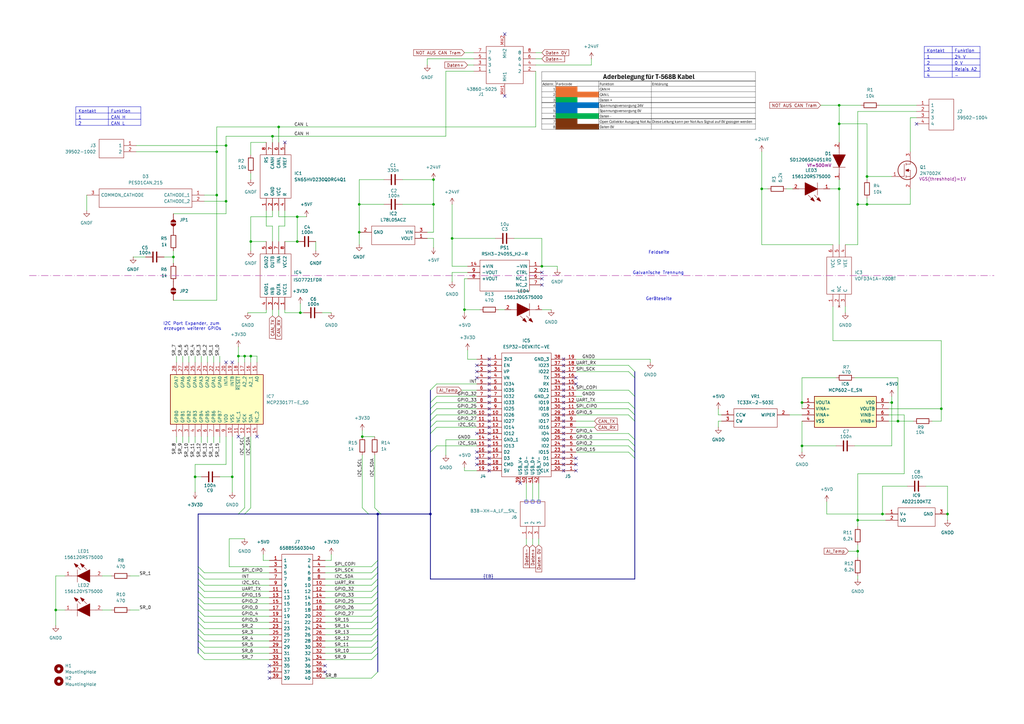
<source format=kicad_sch>
(kicad_sch (version 20250114) (generator "eeschema") (generator_version "9.0")
  (paper "A3")
  (title_block (title "CAN Tram Controller Hauptmodul") (date "2025-07-22"))
  (bus_alias "EB" (members "+5V" "+3V3" "0V" "SPI_COPI" "SPI_CIPO" "SPI_SCK" "INT" "I2C_SDA" "I2C_SCL" "UART_RX" "UART_TX" "GPIO_1" "GPIO_2" "GPIO_3" "GPIO_4" "GPIO_5" "GPIO_6" "GPIO_7" "GPIO_8" "GPIO_9" "GPIO_10" "SR_0" "SR_1" "SR_2" "SR_3" "SR_4" "SR_5" "SR_6" "SR_7" "SR_8" "SR_9" "SR_10" "SR_11" "SR_12" "SR_13" "SR_14" "SR_15" "EN"))
  (rectangle (start 220.345 205.105) (end 221.615 206.375))
  (rectangle (start 215.265 205.105) (end 216.535 206.375))
  (rectangle (start 217.805 205.105) (end 219.075 206.375))
  (text "Galvanische Trennung" (at 270.002 112.014 0) (effects (font (size 1.27 1.27))))
  (text "Geräteseite" (at 270.256 122.682 0) (effects (font (size 1.27 1.27))))
  (text "Feldseite" (at 270.256 103.632 0) (effects (font (size 1.27 1.27))))
  (text "I2C Port Expander, zum \nerzeugen weiterer GPIOs\n" (at 78.994 133.858 0) (effects (font (size 1.27 1.27))))
  (junction (at 92.71 82.55))
  (junction (at 386.08 167.64))
  (junction (at 361.95 210.82))
  (junction (at 344.17 43.18))
  (junction (at 102.87 99.06))
  (junction (at 351.79 226.06))
  (junction (at 368.3 172.72))
  (junction (at 147.32 83.82))
  (junction (at 123.19 128.27))
  (junction (at 92.71 59.69))
  (junction (at 328.93 182.88))
  (junction (at 95.25 195.58))
  (junction (at 102.87 146.05))
  (junction (at 111.76 55.88))
  (junction (at 190.5 127))
  (junction (at 328.93 165.1))
  (junction (at 114.3 52.07))
  (junction (at 222.25 109.22))
  (junction (at 176.53 210.82))
  (junction (at 344.17 77.47))
  (junction (at 154.94 210.82))
  (junction (at 312.42 77.47))
  (junction (at 100.33 146.05))
  (junction (at 185.42 97.79))
  (junction (at 148.59 179.07))
  (junction (at 121.92 88.9))
  (junction (at 80.01 195.58))
  (junction (at 355.6 83.82))
  (junction (at 344.17 50.8))
  (junction (at 177.8 73.66))
  (junction (at 22.86 250.19))
  (junction (at 88.9 80.01))
  (junction (at 351.79 213.36))
  (junction (at 365.76 165.1))
  (junction (at 351.79 83.82))
  (junction (at 71.12 105.41))
  (junction (at 147.32 95.25))
  (junction (at 355.6 72.39))
  (junction (at 88.9 62.23))
  (junction (at 388.62 210.82))
  (junction (at 97.79 146.05))
  (junction (at 121.92 99.06))
  (junction (at 177.8 83.82))
  (no_connect (at 231.14 167.64))
  (no_connect (at 195.58 154.94))
  (no_connect (at 231.14 162.56))
  (no_connect (at 95.25 148.59))
  (no_connect (at 222.25 111.76))
  (no_connect (at 213.36 198.12))
  (no_connect (at 231.14 180.34))
  (no_connect (at 231.14 190.5))
  (no_connect (at 92.71 148.59))
  (no_connect (at 105.41 179.07))
  (no_connect (at 200.66 152.4))
  (no_connect (at 133.35 275.59))
  (no_connect (at 200.66 160.02))
  (no_connect (at 195.58 177.8))
  (no_connect (at 236.22 157.48))
  (no_connect (at 231.14 154.94))
  (no_connect (at 231.14 160.02))
  (no_connect (at 110.49 275.59))
  (no_connect (at 231.14 157.48))
  (no_connect (at 231.14 185.42))
  (no_connect (at 222.25 114.3))
  (no_connect (at 207.01 13.97))
  (no_connect (at 236.22 154.94))
  (no_connect (at 236.22 187.96))
  (no_connect (at 200.66 177.8))
  (no_connect (at 200.66 157.48))
  (no_connect (at 110.49 278.13))
  (no_connect (at 195.58 149.86))
  (no_connect (at 97.79 179.07))
  (no_connect (at 200.66 162.56))
  (no_connect (at 231.14 152.4))
  (no_connect (at 200.66 172.72))
  (no_connect (at 231.14 175.26))
  (no_connect (at 231.14 187.96))
  (no_connect (at 195.58 185.42))
  (no_connect (at 116.84 58.42))
  (no_connect (at 231.14 149.86))
  (no_connect (at 200.66 190.5))
  (no_connect (at 200.66 149.86))
  (no_connect (at 200.66 193.04))
  (no_connect (at 231.14 193.04))
  (no_connect (at 195.58 187.96))
  (no_connect (at 195.58 152.4))
  (no_connect (at 231.14 172.72))
  (no_connect (at 200.66 170.18))
  (no_connect (at 200.66 167.64))
  (no_connect (at 236.22 190.5))
  (no_connect (at 231.14 177.8))
  (no_connect (at 222.25 116.84))
  (no_connect (at 231.14 165.1))
  (no_connect (at 200.66 187.96))
  (no_connect (at 200.66 147.32))
  (no_connect (at 110.49 273.05))
  (no_connect (at 200.66 180.34))
  (no_connect (at 231.14 182.88))
  (no_connect (at 200.66 175.26))
  (no_connect (at 200.66 165.1))
  (no_connect (at 200.66 185.42))
  (no_connect (at 231.14 170.18))
  (no_connect (at 200.66 182.88))
  (no_connect (at 195.58 190.5))
  (no_connect (at 231.14 147.32))
  (no_connect (at 236.22 193.04))
  (no_connect (at 200.66 154.94))
  (no_connect (at 207.01 39.37))
  (no_connect (at 375.92 50.8))
  (no_connect (at 133.35 273.05))
  (bus_entry (at 83.82 255.27) (size -2.54 -2.54))
  (bus_entry (at 176.53 185.42) (size 2.54 -2.54))
  (bus_entry (at 152.4 267.97) (size 2.54 -2.54))
  (bus_entry (at 260.35 162.56) (size -2.54 -2.54))
  (bus_entry (at 83.82 260.35) (size -2.54 -2.54))
  (bus_entry (at 152.4 245.11) (size 2.54 -2.54))
  (bus_entry (at 83.82 245.11) (size -2.54 -2.54))
  (bus_entry (at 176.53 170.18) (size 2.54 -2.54))
  (bus_entry (at 100.33 208.28) (size -2.54 2.54))
  (bus_entry (at 152.4 240.03) (size 2.54 -2.54))
  (bus_entry (at 83.82 250.19) (size -2.54 -2.54))
  (bus_entry (at 83.82 237.49) (size -2.54 -2.54))
  (bus_entry (at 152.4 242.57) (size 2.54 -2.54))
  (bus_entry (at 152.4 237.49) (size 2.54 -2.54))
  (bus_entry (at 152.4 255.27) (size 2.54 -2.54))
  (bus_entry (at 176.53 177.8) (size 2.54 -2.54))
  (bus_entry (at 260.35 167.64) (size -2.54 -2.54))
  (bus_entry (at 179.07 165.1) (size -2.54 2.54))
  (bus_entry (at 83.82 267.97) (size -2.54 -2.54))
  (bus_entry (at 148.59 208.28) (size 2.54 2.54))
  (bus_entry (at 176.53 175.26) (size 2.54 -2.54))
  (bus_entry (at 83.82 247.65) (size -2.54 -2.54))
  (bus_entry (at 260.35 182.88) (size -2.54 -2.54))
  (bus_entry (at 260.35 180.34) (size -2.54 -2.54))
  (bus_entry (at 154.94 275.59) (size -2.54 2.54))
  (bus_entry (at 152.4 262.89) (size 2.54 -2.54))
  (bus_entry (at 179.07 162.56) (size -2.54 2.54))
  (bus_entry (at 153.67 208.28) (size 2.54 2.54))
  (bus_entry (at 260.35 172.72) (size -2.54 -2.54))
  (bus_entry (at 102.87 208.28) (size -2.54 2.54))
  (bus_entry (at 152.4 252.73) (size 2.54 -2.54))
  (bus_entry (at 83.82 265.43) (size -2.54 -2.54))
  (bus_entry (at 152.4 250.19) (size 2.54 -2.54))
  (bus_entry (at 257.81 149.86) (size 2.54 2.54))
  (bus_entry (at 260.35 154.94) (size -2.54 -2.54))
  (bus_entry (at 83.82 234.95) (size -2.54 -2.54))
  (bus_entry (at 83.82 262.89) (size -2.54 -2.54))
  (bus_entry (at 83.82 257.81) (size -2.54 -2.54))
  (bus_entry (at 152.4 265.43) (size 2.54 -2.54))
  (bus_entry (at 176.53 172.72) (size 2.54 -2.54))
  (bus_entry (at 83.82 242.57) (size -2.54 -2.54))
  (bus_entry (at 152.4 257.81) (size 2.54 -2.54))
  (bus_entry (at 152.4 232.41) (size 2.54 -2.54))
  (bus_entry (at 176.53 160.02) (size 2.54 -2.54))
  (bus_entry (at 260.35 187.96) (size -2.54 -2.54))
  (bus_entry (at 152.4 247.65) (size 2.54 -2.54))
  (bus_entry (at 83.82 252.73) (size -2.54 -2.54))
  (bus_entry (at 83.82 240.03) (size -2.54 -2.54))
  (bus_entry (at 152.4 234.95) (size 2.54 -2.54))
  (bus_entry (at 83.82 270.51) (size -2.54 -2.54))
  (bus_entry (at 260.35 185.42) (size -2.54 -2.54))
  (bus_entry (at 260.35 170.18) (size -2.54 -2.54))
  (bus_entry (at 152.4 270.51) (size 2.54 -2.54))
  (bus_entry (at 152.4 260.35) (size 2.54 -2.54))
  (wire (pts (xy 55.88 59.69) (xy 92.71 59.69)))
  (wire (pts (xy 80.01 190.5) (xy 80.01 195.58)))
  (wire (pts (xy 109.22 86.36) (xy 109.22 92.71)))
  (wire (pts (xy 71.12 105.41) (xy 71.12 107.95)))
  (bus (pts (xy 176.53 175.26) (xy 176.53 177.8)))
  (wire (pts (xy 344.17 43.18) (xy 344.17 50.8)))
  (wire (pts (xy 219.71 52.07) (xy 114.3 52.07)))
  (bus (pts (xy 260.35 152.4) (xy 260.35 154.94)))
  (wire (pts (xy 133.35 234.95) (xy 152.4 234.95)))
  (wire (pts (xy 133.35 240.03) (xy 152.4 240.03)))
  (wire (pts (xy 107.95 227.33) (xy 107.95 229.87)))
  (wire (pts (xy 236.22 170.18) (xy 257.81 170.18)))
  (bus (pts (xy 81.28 250.19) (xy 81.28 252.73)))
  (wire (pts (xy 365.76 72.39) (xy 355.6 72.39)))
  (wire (pts (xy 26.67 236.22) (xy 22.86 236.22)))
  (bus (pts (xy 260.35 185.42) (xy 260.35 187.96)))
  (bus (pts (xy 176.53 165.1) (xy 176.53 167.64)))
  (wire (pts (xy 312.42 77.47) (xy 312.42 100.33)))
  (wire (pts (xy 355.6 72.39) (xy 355.6 50.8)))
  (wire (pts (xy 353.06 43.18) (xy 344.17 43.18)))
  (wire (pts (xy 355.6 83.82) (xy 373.38 83.82)))
  (wire (pts (xy 53.34 236.22) (xy 57.15 236.22)))
  (wire (pts (xy 110.49 250.19) (xy 83.82 250.19)))
  (bus (pts (xy 154.94 237.49) (xy 154.94 240.03)))
  (wire (pts (xy 110.49 270.51) (xy 83.82 270.51)))
  (wire (pts (xy 147.32 73.66) (xy 157.48 73.66)))
  (wire (pts (xy 340.36 77.47) (xy 344.17 77.47)))
  (wire (pts (xy 83.82 234.95) (xy 110.49 234.95)))
  (bus (pts (xy 81.28 265.43) (xy 81.28 267.97)))
  (wire (pts (xy 110.49 255.27) (xy 83.82 255.27)))
  (wire (pts (xy 90.17 181.61) (xy 90.17 179.07)))
  (wire (pts (xy 148.59 176.53) (xy 148.59 179.07)))
  (bus (pts (xy 154.94 250.19) (xy 154.94 252.73)))
  (wire (pts (xy 351.79 100.33) (xy 346.71 100.33)))
  (wire (pts (xy 148.59 179.07) (xy 153.67 179.07)))
  (bus (pts (xy 156.21 210.82) (xy 176.53 210.82)))
  (bus (pts (xy 260.35 162.56) (xy 260.35 167.64)))
  (wire (pts (xy 365.76 162.56) (xy 365.76 165.1)))
  (wire (pts (xy 109.22 127) (xy 109.22 128.27)))
  (wire (pts (xy 194.31 29.21) (xy 182.88 29.21)))
  (wire (pts (xy 90.17 146.05) (xy 90.17 148.59)))
  (wire (pts (xy 355.6 50.8) (xy 344.17 50.8)))
  (wire (pts (xy 351.79 213.36) (xy 363.22 213.36)))
  (wire (pts (xy 236.22 149.86) (xy 257.81 149.86)))
  (bus (pts (xy 81.28 232.41) (xy 81.28 234.95)))
  (wire (pts (xy 190.5 191.77) (xy 190.5 193.04)))
  (wire (pts (xy 111.76 86.36) (xy 111.76 88.9)))
  (wire (pts (xy 22.86 236.22) (xy 22.86 250.19)))
  (wire (pts (xy 375.92 45.72) (xy 351.79 45.72)))
  (wire (pts (xy 135.89 227.33) (xy 135.89 229.87)))
  (bus (pts (xy 81.28 262.89) (xy 81.28 265.43)))
  (bus (pts (xy 154.94 252.73) (xy 154.94 255.27)))
  (wire (pts (xy 351.79 213.36) (xy 351.79 215.9)))
  (wire (pts (xy 102.87 99.06) (xy 102.87 102.87)))
  (wire (pts (xy 344.17 50.8) (xy 344.17 58.42)))
  (wire (pts (xy 190.5 127) (xy 196.85 127)))
  (wire (pts (xy 179.07 157.48) (xy 195.58 157.48)))
  (wire (pts (xy 135.89 229.87) (xy 133.35 229.87)))
  (wire (pts (xy 102.87 73.66) (xy 102.87 71.12)))
  (wire (pts (xy 102.87 146.05) (xy 105.41 146.05)))
  (bus (pts (xy 176.53 160.02) (xy 176.53 165.1)))
  (wire (pts (xy 219.71 24.13) (xy 222.25 24.13)))
  (wire (pts (xy 328.93 165.1) (xy 328.93 167.64)))
  (wire (pts (xy 102.87 58.42) (xy 109.22 58.42)))
  (wire (pts (xy 266.7 148.59) (xy 266.7 147.32)))
  (bus (pts (xy 154.94 234.95) (xy 154.94 237.49)))
  (wire (pts (xy 22.86 250.19) (xy 26.67 250.19)))
  (bus (pts (xy 154.94 247.65) (xy 154.94 250.19)))
  (wire (pts (xy 110.49 240.03) (xy 83.82 240.03)))
  (wire (pts (xy 111.76 55.88) (xy 111.76 58.42)))
  (wire (pts (xy 111.76 88.9) (xy 102.87 88.9)))
  (wire (pts (xy 129.54 99.06) (xy 129.54 102.87)))
  (wire (pts (xy 97.79 146.05) (xy 100.33 146.05)))
  (wire (pts (xy 148.59 186.69) (xy 148.59 208.28)))
  (bus (pts (xy 81.28 255.27) (xy 81.28 257.81)))
  (wire (pts (xy 165.1 73.66) (xy 177.8 73.66)))
  (bus (pts (xy 176.53 167.64) (xy 176.53 170.18)))
  (bus (pts (xy 154.94 267.97) (xy 154.94 275.59)))
  (bus (pts (xy 81.28 247.65) (xy 81.28 250.19)))
  (bus (pts (xy 176.53 177.8) (xy 176.53 185.42)))
  (bus (pts (xy 154.94 265.43) (xy 154.94 267.97)))
  (wire (pts (xy 179.07 182.88) (xy 195.58 182.88)))
  (wire (pts (xy 110.49 242.57) (xy 83.82 242.57)))
  (wire (pts (xy 110.49 257.81) (xy 83.82 257.81)))
  (wire (pts (xy 346.71 125.73) (xy 346.71 128.27)))
  (bus (pts (xy 176.53 210.82) (xy 176.53 237.49)))
  (bus (pts (xy 154.94 240.03) (xy 154.94 242.57)))
  (wire (pts (xy 95.25 195.58) (xy 95.25 201.93)))
  (wire (pts (xy 350.52 154.94) (xy 368.3 154.94)))
  (wire (pts (xy 351.79 45.72) (xy 351.79 83.82)))
  (wire (pts (xy 22.86 256.54) (xy 22.86 250.19)))
  (wire (pts (xy 87.63 179.07) (xy 87.63 181.61)))
  (bus (pts (xy 154.94 229.87) (xy 154.94 232.41)))
  (wire (pts (xy 194.31 24.13) (xy 175.26 24.13)))
  (wire (pts (xy 77.47 179.07) (xy 77.47 181.61)))
  (wire (pts (xy 179.07 175.26) (xy 195.58 175.26)))
  (wire (pts (xy 191.77 147.32) (xy 191.77 143.51)))
  (wire (pts (xy 133.35 270.51) (xy 152.4 270.51)))
  (wire (pts (xy 179.07 167.64) (xy 195.58 167.64)))
  (wire (pts (xy 351.79 237.49) (xy 351.79 236.22)))
  (wire (pts (xy 121.92 88.9) (xy 125.73 88.9)))
  (wire (pts (xy 175.26 24.13) (xy 175.26 26.67)))
  (wire (pts (xy 74.93 179.07) (xy 74.93 181.61)))
  (wire (pts (xy 102.87 99.06) (xy 109.22 99.06)))
  (wire (pts (xy 185.42 111.76) (xy 185.42 115.57)))
  (wire (pts (xy 361.95 210.82) (xy 339.09 210.82)))
  (wire (pts (xy 35.56 80.01) (xy 35.56 86.36)))
  (wire (pts (xy 220.98 198.12) (xy 220.98 205.74)))
  (wire (pts (xy 93.98 232.41) (xy 110.49 232.41)))
  (wire (pts (xy 55.88 62.23) (xy 88.9 62.23)))
  (wire (pts (xy 110.49 265.43) (xy 83.82 265.43)))
  (wire (pts (xy 110.49 262.89) (xy 83.82 262.89)))
  (wire (pts (xy 336.55 43.18) (xy 344.17 43.18)))
  (bus (pts (xy 260.35 170.18) (xy 260.35 172.72)))
  (wire (pts (xy 236.22 147.32) (xy 266.7 147.32)))
  (bus (pts (xy 154.94 210.82) (xy 154.94 229.87)))
  (bus (pts (xy 154.94 260.35) (xy 154.94 262.89)))
  (wire (pts (xy 102.87 179.07) (xy 102.87 208.28)))
  (wire (pts (xy 365.76 165.1) (xy 364.49 165.1)))
  (wire (pts (xy 93.98 220.98) (xy 93.98 232.41)))
  (wire (pts (xy 368.3 154.94) (xy 368.3 172.72)))
  (wire (pts (xy 82.55 146.05) (xy 82.55 148.59)))
  (wire (pts (xy 110.49 260.35) (xy 83.82 260.35)))
  (bus (pts (xy 81.28 234.95) (xy 81.28 237.49)))
  (wire (pts (xy 97.79 142.24) (xy 97.79 146.05)))
  (wire (pts (xy 147.32 83.82) (xy 157.48 83.82)))
  (wire (pts (xy 80.01 146.05) (xy 80.01 148.59)))
  (wire (pts (xy 179.07 170.18) (xy 195.58 170.18)))
  (wire (pts (xy 90.17 195.58) (xy 95.25 195.58)))
  (wire (pts (xy 92.71 82.55) (xy 92.71 87.63)))
  (wire (pts (xy 218.44 220.98) (xy 218.44 223.52)))
  (wire (pts (xy 80.01 195.58) (xy 82.55 195.58)))
  (wire (pts (xy 133.35 260.35) (xy 152.4 260.35)))
  (wire (pts (xy 365.76 182.88) (xy 350.52 182.88)))
  (wire (pts (xy 351.79 83.82) (xy 355.6 83.82)))
  (wire (pts (xy 85.09 146.05) (xy 85.09 148.59)))
  (wire (pts (xy 236.22 182.88) (xy 257.81 182.88)))
  (wire (pts (xy 236.22 177.8) (xy 257.81 177.8)))
  (wire (pts (xy 88.9 123.19) (xy 71.12 123.19)))
  (wire (pts (xy 116.84 127) (xy 116.84 128.27)))
  (wire (pts (xy 110.49 267.97) (xy 83.82 267.97)))
  (wire (pts (xy 215.9 198.12) (xy 215.9 205.74)))
  (wire (pts (xy 88.9 62.23) (xy 88.9 80.01)))
  (wire (pts (xy 133.35 278.13) (xy 152.4 278.13)))
  (wire (pts (xy 242.57 24.13) (xy 242.57 26.67)))
  (wire (pts (xy 382.27 172.72) (xy 386.08 172.72)))
  (wire (pts (xy 110.49 237.49) (xy 83.82 237.49)))
  (wire (pts (xy 111.76 127) (xy 111.76 129.54)))
  (wire (pts (xy 111.76 92.71) (xy 111.76 99.06)))
  (wire (pts (xy 351.79 194.31) (xy 351.79 213.36)))
  (wire (pts (xy 386.08 139.7) (xy 386.08 167.64)))
  (wire (pts (xy 364.49 170.18) (xy 370.84 170.18)))
  (wire (pts (xy 110.49 245.11) (xy 83.82 245.11)))
  (wire (pts (xy 257.81 165.1) (xy 236.22 165.1)))
  (wire (pts (xy 191.77 26.67) (xy 194.31 26.67)))
  (wire (pts (xy 375.92 48.26) (xy 373.38 48.26)))
  (wire (pts (xy 257.81 167.64) (xy 236.22 167.64)))
  (wire (pts (xy 121.92 99.06) (xy 116.84 99.06)))
  (wire (pts (xy 364.49 167.64) (xy 386.08 167.64)))
  (wire (pts (xy 219.71 26.67) (xy 242.57 26.67)))
  (wire (pts (xy 133.35 247.65) (xy 152.4 247.65)))
  (bus (pts (xy 81.28 210.82) (xy 81.28 232.41)))
  (wire (pts (xy 101.6 128.27) (xy 109.22 128.27)))
  (wire (pts (xy 388.62 210.82) (xy 388.62 213.36)))
  (wire (pts (xy 116.84 128.27) (xy 123.19 128.27)))
  (wire (pts (xy 175.26 97.79) (xy 177.8 97.79)))
  (wire (pts (xy 114.3 86.36) (xy 114.3 88.9)))
  (wire (pts (xy 370.84 170.18) (xy 370.84 194.31)))
  (wire (pts (xy 88.9 52.07) (xy 88.9 62.23)))
  (wire (pts (xy 322.58 77.47) (xy 325.12 77.47)))
  (wire (pts (xy 133.35 250.19) (xy 152.4 250.19)))
  (wire (pts (xy 92.71 55.88) (xy 92.71 59.69)))
  (wire (pts (xy 83.82 80.01) (xy 88.9 80.01)))
  (wire (pts (xy 133.35 257.81) (xy 152.4 257.81)))
  (wire (pts (xy 312.42 77.47) (xy 314.96 77.47)))
  (wire (pts (xy 295.91 172.72) (xy 294.64 172.72)))
  (wire (pts (xy 80.01 195.58) (xy 80.01 201.93)))
  (wire (pts (xy 95.25 179.07) (xy 95.25 195.58)))
  (wire (pts (xy 41.91 236.22) (xy 45.72 236.22)))
  (bus (pts (xy 260.35 167.64) (xy 260.35 170.18)))
  (wire (pts (xy 74.93 146.05) (xy 74.93 148.59)))
  (wire (pts (xy 323.85 170.18) (xy 328.93 170.18)))
  (wire (pts (xy 328.93 165.1) (xy 328.93 154.94)))
  (wire (pts (xy 109.22 92.71) (xy 111.76 92.71)))
  (bus (pts (xy 260.35 187.96) (xy 260.35 237.49)))
  (wire (pts (xy 341.63 139.7) (xy 386.08 139.7)))
  (wire (pts (xy 191.77 111.76) (xy 185.42 111.76)))
  (wire (pts (xy 72.39 179.07) (xy 72.39 181.61)))
  (wire (pts (xy 373.38 77.47) (xy 373.38 83.82)))
  (wire (pts (xy 388.62 199.39) (xy 379.73 199.39)))
  (wire (pts (xy 92.71 55.88) (xy 111.76 55.88)))
  (wire (pts (xy 80.01 179.07) (xy 80.01 181.61)))
  (wire (pts (xy 114.3 52.07) (xy 114.3 58.42)))
  (wire (pts (xy 388.62 210.82) (xy 388.62 199.39)))
  (bus (pts (xy 154.94 265.43) (xy 154.94 262.89)))
  (wire (pts (xy 361.95 199.39) (xy 361.95 210.82)))
  (wire (pts (xy 182.88 29.21) (xy 182.88 55.88)))
  (wire (pts (xy 190.5 127) (xy 190.5 128.27)))
  (wire (pts (xy 328.93 154.94) (xy 342.9 154.94)))
  (wire (pts (xy 215.9 220.98) (xy 215.9 223.52)))
  (wire (pts (xy 347.98 226.06) (xy 351.79 226.06)))
  (wire (pts (xy 41.91 250.19) (xy 45.72 250.19)))
  (wire (pts (xy 177.8 83.82) (xy 177.8 95.25)))
  (wire (pts (xy 182.88 55.88) (xy 111.76 55.88)))
  (wire (pts (xy 355.6 81.28) (xy 355.6 83.82)))
  (wire (pts (xy 220.98 220.98) (xy 220.98 223.52)))
  (wire (pts (xy 87.63 146.05) (xy 87.63 148.59)))
  (wire (pts (xy 218.44 198.12) (xy 218.44 205.74)))
  (wire (pts (xy 182.88 180.34) (xy 195.58 180.34)))
  (wire (pts (xy 365.76 165.1) (xy 365.76 182.88)))
  (wire (pts (xy 210.82 97.79) (xy 222.25 97.79)))
  (wire (pts (xy 97.79 146.05) (xy 97.79 148.59)))
  (wire (pts (xy 114.3 127) (xy 114.3 129.54)))
  (wire (pts (xy 236.22 160.02) (xy 257.81 160.02)))
  (wire (pts (xy 123.19 124.46) (xy 123.19 128.27)))
  (wire (pts (xy 105.41 146.05) (xy 105.41 148.59)))
  (wire (pts (xy 165.1 83.82) (xy 177.8 83.82)))
  (wire (pts (xy 83.82 82.55) (xy 92.71 82.55)))
  (wire (pts (xy 133.35 252.73) (xy 152.4 252.73)))
  (wire (pts (xy 203.2 97.79) (xy 185.42 97.79)))
  (wire (pts (xy 53.34 250.19) (xy 57.15 250.19)))
  (wire (pts (xy 102.87 63.5) (xy 102.87 58.42)))
  (wire (pts (xy 294.64 167.64) (xy 294.64 170.18)))
  (wire (pts (xy 114.3 92.71) (xy 116.84 92.71)))
  (wire (pts (xy 222.25 127) (xy 226.06 127)))
  (bus (pts (xy 260.35 237.49) (xy 176.53 237.49)))
  (bus (pts (xy 81.28 242.57) (xy 81.28 245.11)))
  (wire (pts (xy 204.47 127) (xy 207.01 127)))
  (bus (pts (xy 154.94 255.27) (xy 154.94 257.81)))
  (wire (pts (xy 228.6 110.49) (xy 228.6 109.22)))
  (wire (pts (xy 92.71 179.07) (xy 92.71 190.5)))
  (wire (pts (xy 190.5 114.3) (xy 190.5 127)))
  (wire (pts (xy 351.79 223.52) (xy 351.79 226.06)))
  (wire (pts (xy 85.09 179.07) (xy 85.09 181.61)))
  (wire (pts (xy 236.22 185.42) (xy 257.81 185.42)))
  (wire (pts (xy 133.35 265.43) (xy 152.4 265.43)))
  (wire (pts (xy 110.49 252.73) (xy 83.82 252.73)))
  (wire (pts (xy 351.79 194.31) (xy 370.84 194.31)))
  (wire (pts (xy 133.35 267.97) (xy 152.4 267.97)))
  (wire (pts (xy 228.6 109.22) (xy 222.25 109.22)))
  (wire (pts (xy 179.07 172.72) (xy 195.58 172.72)))
  (wire (pts (xy 364.49 172.72) (xy 368.3 172.72)))
  (wire (pts (xy 294.64 170.18) (xy 295.91 170.18)))
  (bus (pts (xy 154.94 245.11) (xy 154.94 247.65)))
  (wire (pts (xy 77.47 146.05) (xy 77.47 148.59)))
  (bus (pts (xy 260.35 180.34) (xy 260.35 182.88)))
  (wire (pts (xy 190.5 193.04) (xy 195.58 193.04)))
  (wire (pts (xy 133.35 232.41) (xy 152.4 232.41)))
  (bus (pts (xy 260.35 172.72) (xy 260.35 180.34)))
  (wire (pts (xy 71.12 102.87) (xy 71.12 105.41)))
  (wire (pts (xy 368.3 172.72) (xy 374.65 172.72)))
  (wire (pts (xy 123.19 128.27) (xy 124.46 128.27)))
  (wire (pts (xy 373.38 48.26) (xy 373.38 62.23)))
  (wire (pts (xy 344.17 73.66) (xy 344.17 77.47)))
  (wire (pts (xy 110.49 247.65) (xy 83.82 247.65)))
  (bus (pts (xy 154.94 242.57) (xy 154.94 245.11)))
  (wire (pts (xy 351.79 226.06) (xy 351.79 228.6)))
  (wire (pts (xy 355.6 72.39) (xy 355.6 73.66)))
  (polyline (pts (xy 12.065 113.03) (xy 407.67 113.03)) (stroke (width 0.254) (type dash_dot) (color 196 101 186 1)))
  (wire (pts (xy 71.12 87.63) (xy 92.71 87.63)))
  (wire (pts (xy 102.87 146.05) (xy 102.87 148.59)))
  (wire (pts (xy 236.22 175.26) (xy 243.84 175.26)))
  (wire (pts (xy 114.3 99.06) (xy 114.3 92.71)))
  (wire (pts (xy 328.93 172.72) (xy 328.93 182.88)))
  (wire (pts (xy 153.67 186.69) (xy 153.67 208.28)))
  (wire (pts (xy 312.42 62.23) (xy 312.42 77.47)))
  (wire (pts (xy 341.63 125.73) (xy 341.63 139.7)))
  (bus (pts (xy 97.79 210.82) (xy 100.33 210.82)))
  (wire (pts (xy 88.9 52.07) (xy 114.3 52.07)))
  (wire (pts (xy 294.64 172.72) (xy 294.64 175.26)))
  (wire (pts (xy 219.71 21.59) (xy 222.25 21.59)))
  (wire (pts (xy 71.12 105.41) (xy 67.31 105.41)))
  (wire (pts (xy 236.22 172.72) (xy 243.84 172.72)))
  (wire (pts (xy 107.95 229.87) (xy 110.49 229.87)))
  (wire (pts (xy 328.93 182.88) (xy 328.93 185.42)))
  (bus (pts (xy 176.53 170.18) (xy 176.53 172.72)))
  (wire (pts (xy 133.35 237.49) (xy 152.4 237.49)))
  (wire (pts (xy 219.71 29.21) (xy 219.71 52.07)))
  (wire (pts (xy 100.33 220.98) (xy 93.98 220.98)))
  (bus (pts (xy 81.28 252.73) (xy 81.28 255.27)))
  (bus (pts (xy 81.28 240.03) (xy 81.28 242.57)))
  (wire (pts (xy 100.33 146.05) (xy 100.33 148.59)))
  (bus (pts (xy 154.94 257.81) (xy 154.94 260.35)))
  (bus (pts (xy 81.28 245.11) (xy 81.28 247.65)))
  (bus (pts (xy 81.28 237.49) (xy 81.28 240.03)))
  (bus (pts (xy 81.28 260.35) (xy 81.28 262.89)))
  (bus (pts (xy 154.94 232.41) (xy 154.94 234.95)))
  (wire (pts (xy 179.07 165.1) (xy 195.58 165.1)))
  (wire (pts (xy 147.32 95.25) (xy 147.32 83.82)))
  (wire (pts (xy 133.35 245.11) (xy 152.4 245.11)))
  (wire (pts (xy 92.71 190.5) (xy 80.01 190.5)))
  (wire (pts (xy 185.42 97.79) (xy 185.42 109.22)))
  (wire (pts (xy 147.32 83.82) (xy 147.32 73.66)))
  (wire (pts (xy 191.77 114.3) (xy 190.5 114.3)))
  (wire (pts (xy 88.9 80.01) (xy 88.9 123.19)))
  (wire (pts (xy 116.84 86.36) (xy 116.84 92.71)))
  (wire (pts (xy 328.93 182.88) (xy 342.9 182.88)))
  (bus (pts (xy 260.35 182.88) (xy 260.35 185.42)))
  (wire (pts (xy 351.79 100.33) (xy 351.79 83.82)))
  (wire (pts (xy 372.11 199.39) (xy 361.95 199.39)))
  (wire (pts (xy 133.35 242.57) (xy 152.4 242.57)))
  (wire (pts (xy 82.55 179.07) (xy 82.55 181.61)))
  (wire (pts (xy 236.22 180.34) (xy 257.81 180.34)))
  (wire (pts (xy 175.26 95.25) (xy 177.8 95.25)))
  (wire (pts (xy 100.33 179.07) (xy 100.33 208.28)))
  (wire (pts (xy 147.32 95.25) (xy 147.32 100.33)))
  (wire (pts (xy 360.68 43.18) (xy 375.92 43.18)))
  (wire (pts (xy 190.5 21.59) (xy 194.31 21.59)))
  (wire (pts (xy 177.8 73.66) (xy 177.8 83.82)))
  (wire (pts (xy 185.42 109.22) (xy 191.77 109.22)))
  (wire (pts (xy 195.58 147.32) (xy 191.77 147.32)))
  (wire (pts (xy 339.09 205.74) (xy 339.09 210.82)))
  (wire (pts (xy 185.42 83.82) (xy 185.42 97.79)))
  (wire (pts (xy 236.22 152.4) (xy 257.81 152.4)))
  (bus (pts (xy 176.53 185.42) (xy 176.53 210.82)))
  (wire (pts (xy 177.8 97.79) (xy 177.8 101.6)))
  (wire (pts (xy 133.35 262.89) (xy 152.4 262.89)))
  (wire (pts (xy 236.22 162.56) (xy 238.76 162.56)))
  (bus (pts (xy 260.35 154.94) (xy 260.35 162.56)))
  (bus (pts (xy 100.33 210.82) (xy 151.13 210.82)))
  (wire (pts (xy 222.25 97.79) (xy 222.25 109.22)))
  (wire (pts (xy 132.08 128.27) (xy 135.89 128.27)))
  (wire (pts (xy 100.33 146.05) (xy 102.87 146.05)))
  (wire (pts (xy 121.92 88.9) (xy 121.92 99.06)))
  (wire (pts (xy 114.3 88.9) (xy 121.92 88.9)))
  (wire (pts (xy 59.69 105.41) (xy 54.61 105.41)))
  (wire (pts (xy 92.71 59.69) (xy 92.71 82.55)))
  (wire (pts (xy 182.88 186.69) (xy 182.88 180.34)))
  (bus (pts (xy 154.94 210.82) (xy 156.21 210.82)))
  (wire (pts (xy 189.23 160.02) (xy 195.58 160.02)))
  (wire (pts (xy 72.39 148.59) (xy 72.39 146.05)))
  (bus (pts (xy 81.28 257.81) (xy 81.28 260.35)))
  (wire (pts (xy 363.22 210.82) (xy 361.95 210.82)))
  (wire (pts (xy 386.08 172.72) (xy 386.08 167.64)))
  (wire (pts (xy 179.07 162.56) (xy 195.58 162.56)))
  (bus (pts (xy 81.28 210.82) (xy 97.79 210.82)))
  (wire (pts (xy 344.17 77.47) (xy 344.17 100.33)))
  (bus (pts (xy 176.53 172.72) (xy 176.53 175.26)))
  (bus (pts (xy 151.13 210.82) (xy 154.94 210.82)))
  (wire (pts (xy 133.35 255.27) (xy 152.4 255.27)))
  (wire (pts (xy 102.87 88.9) (xy 102.87 99.06)))
  (wire (pts (xy 312.42 100.33) (xy 341.63 100.33)))
  (image (at 266.065 41.275) (scale 0.549056))
  (table (column_count 2) (border (external yes) (header yes)) (separators (rows yes) (cols yes)) (column_widths 11.43 11.43) (row_heights 2.54 2.54 2.54 2.54 2.54) (cells (table_cell "Kontakt" (at 379.095 19.05 0) (size 11.43 2.54) (margins 0.9525 0.9525 0.9525 0.9525) (span 1 1)) (table_cell "Funktion" (at 390.525 19.05 0) (size 11.43 2.54) (margins 0.9525 0.9525 0.9525 0.9525) (span 1 1)) (table_cell "1" (at 379.095 21.59 0) (size 11.43 2.54) (margins 0.9525 0.9525 0.9525 0.9525) (span 1 1)) (table_cell "24 V" (at 390.525 21.59 0) (size 11.43 2.54) (margins 0.9525 0.9525 0.9525 0.9525) (span 1 1)) (table_cell "2" (at 379.095 24.13 0) (size 11.43 2.54) (margins 0.9525 0.9525 0.9525 0.9525) (span 1 1)) (table_cell "0 V" (at 390.525 24.13 0) (size 11.43 2.54) (margins 0.9525 0.9525 0.9525 0.9525) (span 1 1)) (table_cell "3" (at 379.095 26.67 0) (size 11.43 2.54) (margins 0.9525 0.9525 0.9525 0.9525) (span 1 1)) (table_cell "Relais A2" (at 390.525 26.67 0) (size 11.43 2.54) (margins 0.9525 0.9525 0.9525 0.9525) (span 1 1)) (table_cell "4" (at 379.095 29.21 0) (size 11.43 2.54) (margins 0.9525 0.9525 0.9525 0.9525) (span 1 1)) (table_cell "-" (at 390.525 29.21 0) (size 11.43 2.54) (margins 0.9525 0.9525 0.9525 0.9525) (span 1 1))))
  (table (column_count 2) (border (external yes) (header yes)) (separators (rows yes) (cols yes)) (column_widths 13.335 13.335) (row_heights 2.54 2.54 2.54) (cells (table_cell "Kontakt" (at 31.115 43.815 0) (size 13.335 2.54) (margins 0.9525 0.9525 0.9525 0.9525) (span 1 1)) (table_cell "Funktion" (at 44.45 43.815 0) (size 13.335 2.54) (margins 0.9525 0.9525 0.9525 0.9525) (span 1 1)) (table_cell "1" (at 31.115 46.355 0) (size 13.335 2.54) (margins 0.9525 0.9525 0.9525 0.9525) (span 1 1)) (table_cell "CAN H" (at 44.45 46.355 0) (size 13.335 2.54) (margins 0.9525 0.9525 0.9525 0.9525) (span 1 1)) (table_cell "2" (at 31.115 48.895 0) (size 13.335 2.54) (margins 0.9525 0.9525 0.9525 0.9525) (span 1 1)) (table_cell "CAN L" (at 44.45 48.895 0) (size 13.335 2.54) (margins 0.9525 0.9525 0.9525 0.9525) (span 1 1))))
  (label "SR_15" (at 90.17 181.61 270))
  (label "I2C_SCL" (at 195.58 175.26 180))
  (label "SR_9" (at 137.16 270.51 0))
  (label "SR_15" (at 137.16 255.27 0))
  (label "SR_6" (at 74.93 146.05 90))
  (label "SR_14" (at 87.63 181.61 270))
  (label "GPIO_33" (at 195.58 165.1 180))
  (label "SR_14" (at 137.16 257.81 0))
  (label "I2C_SCL" (at 100.33 179.07 270))
  (label "SR_9" (at 74.93 181.61 270))
  (label "INT" (at 195.58 157.48 180))
  (label "INT" (at 99.06 237.49 0))
  (label "GPIO_26" (at 195.58 170.18 180))
  (label "GPIO_27" (at 195.58 172.72 180))
  (label "SR_11" (at 80.01 181.61 270))
  (label "SR_7" (at 72.39 146.05 90))
  (label "SPI_SCK" (at 137.16 234.95 0))
  (label "SR_0" (at 90.17 146.05 90))
  (label "GPIO_4" (at 99.06 252.73 0))
  (label "GPIO_32" (at 137.16 242.57 0))
  (label "SPI_COPI" (at 137.16 232.41 0))
  (label "SR_8" (at 72.39 181.61 270))
  (label "UART_TX" (at 99.06 242.57 0))
  (label "SR_8" (at 133.35 278.13 0))
  (label "SR_10" (at 77.47 181.61 270))
  (label "GPIO_25" (at 195.58 167.64 180))
  (label "CAN H" (at 120.65 55.88 0))
  (label "GPIO_26" (at 137.16 250.19 0))
  (label "SR_10" (at 137.16 267.97 0))
  (label "GPIO_2" (at 99.06 247.65 0))
  (label "GPIO_15" (at 236.22 185.42 0))
  (label "GPIO_15" (at 99.06 245.11 0))
  (label "GPIO_33" (at 137.16 245.11 0))
  (label "UART_RX" (at 137.16 240.03 0))
  (label "SR_0" (at 57.15 250.19 0))
  (label "GPIO_0" (at 236.22 180.34 0))
  (label "SR_4" (at 80.01 146.05 90))
  (label "GPIO_4" (at 236.22 177.8 0))
  (label "I2C_SCL" (at 148.59 187.96 270))
  (label "GPIO_5" (at 236.22 170.18 0))
  (label "SR_12" (at 82.55 181.61 270))
  (label "SR_12" (at 137.16 262.89 0))
  (label "{EB}" (at 198.12 237.49 0))
  (label "SR_2" (at 99.06 257.81 0))
  (label "SR_11" (at 137.16 265.43 0))
  (label "UART_RX" (at 236.22 149.86 0))
  (label "I2C_SDA" (at 137.16 237.49 0))
  (label "SR_13" (at 137.16 260.35 0))
  (label "UART_TX" (at 236.22 165.1 0))
  (label "I2C_SCL" (at 99.06 240.03 0))
  (label "SR_7" (at 99.06 270.51 0))
  (label "SR_4" (at 99.06 262.89 0))
  (label "GNDD" (at 238.76 162.56 0))
  (label "SPI_CIPO" (at 99.06 234.95 0))
  (label "GNDD" (at 193.04 180.34 180))
  (label "SPI_SCK" (at 236.22 152.4 0))
  (label "SR_5" (at 77.47 146.05 90))
  (label "SR_6" (at 99.06 267.97 0))
  (label "SR_1" (at 87.63 146.05 90))
  (label "GPIO_5" (at 99.06 255.27 0))
  (label "SR_13" (at 85.09 181.61 270))
  (label "SR_3" (at 82.55 146.05 90))
  (label "SR_1" (at 57.15 236.22 0))
  (label "CAN L" (at 120.65 52.07 0))
  (label "GPIO_2" (at 236.22 182.88 0))
  (label "GPIO_27" (at 137.16 252.73 0))
  (label "GPIO_32" (at 195.58 162.56 180))
  (label "SR_2" (at 85.09 146.05 90))
  (label "GPIO_25" (at 137.16 247.65 0))
  (label "I2C_SDA" (at 153.67 187.96 270))
  (label "SPI_COPI" (at 236.22 160.02 0))
  (label "SPI_CIPO" (at 236.22 167.64 0))
  (label "GNDD" (at 238.76 147.32 0))
  (label "I2C_SDA" (at 102.87 179.07 270))
  (label "I2C_SDA" (at 195.58 182.88 180))
  (label "GPIO_0" (at 99.06 250.19 0))
  (label "SR_3" (at 99.06 260.35 0))
  (label "SR_5" (at 99.06 265.43 0))
  (global_label "CAN_RX" (shape input) (at 243.84 175.26 0) (property "Intersheetrefs" "${INTERSHEET_REFS}" (effects (hide yes))))
  (global_label "Daten+" (shape input) (at 218.44 223.52 270) (property "Intersheetrefs" "${INTERSHEET_REFS}" (effects (hide yes))))
  (global_label "Daten+" (shape input) (at 191.77 26.67 180) (property "Intersheetrefs" "${INTERSHEET_REFS}" (effects (hide yes))))
  (global_label "AI_Temp" (shape input) (at 189.23 160.02 180) (property "Intersheetrefs" "${INTERSHEET_REFS}" (effects (hide yes))))
  (global_label "CAN_TX" (shape input) (at 111.76 129.54 270) (property "Intersheetrefs" "${INTERSHEET_REFS}" (effects (hide yes))))
  (global_label "CAN_TX" (shape input) (at 243.84 172.72 0) (property "Intersheetrefs" "${INTERSHEET_REFS}" (effects (hide yes))))
  (global_label "CAN_RX" (shape input) (at 114.3 129.54 270) (property "Intersheetrefs" "${INTERSHEET_REFS}" (effects (hide yes))))
  (global_label "NOT AUS CAN Tram" (shape input) (at 336.55 43.18 180) (property "Intersheetrefs" "${INTERSHEET_REFS}" (effects (hide yes))))
  (global_label "AI_Temp" (shape input) (at 347.98 226.06 180) (property "Intersheetrefs" "${INTERSHEET_REFS}" (effects (hide yes))))
  (global_label "Daten 0V" (shape input) (at 222.25 21.59 0) (property "Intersheetrefs" "${INTERSHEET_REFS}" (effects (hide yes))))
  (global_label "NOT AUS CAN Tram" (shape input) (at 190.5 21.59 180) (property "Intersheetrefs" "${INTERSHEET_REFS}" (effects (hide yes))))
  (global_label "Daten 0V" (shape input) (at 220.98 223.52 270) (property "Intersheetrefs" "${INTERSHEET_REFS}" (effects (hide yes))))
  (global_label "Daten-" (shape input) (at 215.9 223.52 270) (property "Intersheetrefs" "${INTERSHEET_REFS}" (effects (hide yes))))
  (global_label "Daten-" (shape input) (at 222.25 24.13 0) (property "Intersheetrefs" "${INTERSHEET_REFS}" (effects (hide yes))))
  (symbol (lib_id "power:GND") (at 54.61 105.41 0) (unit 1)
    (property "Reference" "#PWR013" (effects (hide yes)))
    (property "Value" "GNDF" (at 54.61 110.49 0))
    (property "Description" "Power symbol creates a global label with name \"GND\" , ground" (effects (hide yes)))
  )
  (symbol (lib_id "SamacSys_Parts:PESD1CAN,215") (at 83.82 80.01 0) (mirror y) (unit 1)
    (property "Reference" "D3" (at 59.69 72.39 0))
    (property "Value" "PESD1CAN,215" (at 59.69 74.93 0))
    (property "Footprint" "SamacSys_Parts:SOT95P230X110-3N" (effects (hide yes)))
    (property "Datasheet" "https://assets.nexperia.com/documents/data-sheet/PESD1CAN.pdf" (effects (hide yes)))
    (property "Description" "Bi-Direct ESD protect diode,PESD1CAN NXP PESD1CAN,215, Bi-Directional TVS Diode Dual, 70V, 200W, 3-Pin TO-236AB" (effects (hide yes)))
    (property "Height" "1.1" (effects (hide yes)))
    (property "Mouser Part Number" "771-PESD1CAN-T/R" (effects (hide yes)))
    (property "Mouser Price/Stock" "https://www.mouser.co.uk/ProductDetail/Nexperia/PESD1CAN215?qs=LOCUfHb8d9vzREMT8aTFcw%3D%3D" (effects (hide yes)))
    (property "Manufacturer_Name" "Nexperia" (effects (hide yes)))
    (property "Manufacturer_Part_Number" "PESD1CAN,215" (effects (hide yes)))
    (property "Description_1" "Bi-Direct ESD protect diode,PESD1CAN NXP PESD1CAN,215, Bi-Directional TVS Diode Dual, 70V, 200W, 3-Pin TO-236AB" (effects (hide yes)))
  )
  (symbol (lib_id "power:+24V") (at 190.5 128.27 180) (unit 1)
    (property "Reference" "#PWR016" (effects (hide yes)))
    (property "Value" "+5VD" (at 190.5 133.35 0))
    (property "Description" "Power symbol creates a global label with name \"+24V\"" (effects (hide yes)))
  )
  (symbol (lib_id "SamacSys_Parts:39502-1002") (at 55.88 59.69 0) (mirror y) (unit 1)
    (property "Reference" "J3" (at 39.37 59.6899 0) (effects (justify left)))
    (property "Value" "39502-1002" (at 39.37 62.2299 0) (effects (justify left)))
    (property "Footprint" "SamacSys_Parts:SHDR2W80P0X350_1X2_840X920X690P" (effects (hide yes)))
    (property "Datasheet" "https://www.molex.com/webdocs/datasheets/pdf/en-us/0395021002_TERMINAL_BLOCKS.pdf" (effects (hide yes)))
    (property "Description" "Pluggable Terminal Blocks 3.5MM HOR PCB HDR 2 CIRCUITS" (effects (hide yes)))
    (property "Description_1" "Pluggable Terminal Blocks 3.5MM HOR PCB HDR 2 CIRCUITS" (effects (hide yes)))
    (property "Height" "6.9" (effects (hide yes)))
    (property "Mouser Part Number" "538-39502-1002" (effects (hide yes)))
    (property "Mouser Price/Stock" "https://www.mouser.co.uk/ProductDetail/Molex/39502-1002?qs=AvZeECrkU9M5Ebr2KAAFqg%3D%3D" (effects (hide yes)))
    (property "Manufacturer_Name" "Molex" (effects (hide yes)))
    (property "Manufacturer_Part_Number" "39502-1002" (effects (hide yes)))
  )
  (symbol (lib_id "power:GND") (at 95.25 201.93 0) (unit 1)
    (property "Reference" "#PWR044" (effects (hide yes)))
    (property "Value" "GNDD" (at 95.25 207.01 0))
    (property "Description" "Power symbol creates a global label with name \"GND\" , ground" (effects (hide yes)))
  )
  (symbol (lib_id "Device:R") (at 200.66 127 90) (unit 1)
    (property "Reference" "R13" (at 200.66 120.65 90))
    (property "Value" "470" (at 200.66 123.19 90))
    (property "Footprint" "Resistor_SMD:R_1206_3216Metric" (effects (hide yes)))
    (property "Description" "Resistor" (effects (hide yes)))
    (property "Manufacturer_Name" "YAGEO " (effects (hide yes)))
    (property "Manufacturer_Part_Number" "AC1206FR-076K2L " (effects (hide yes)))
    (property "Mouser Part Number" "603-AC1206FR-076K2L " (effects (hide yes)))
  )
  (symbol (lib_id "Device:R") (at 49.53 250.19 270) (mirror x) (unit 1)
    (property "Reference" "R10" (at 49.53 243.84 90))
    (property "Value" "470" (at 49.53 246.38 90))
    (property "Footprint" "Resistor_SMD:R_1206_3216Metric" (effects (hide yes)))
    (property "Description" "Resistor" (effects (hide yes)))
  )
  (symbol (lib_id "SamacSys_Parts:RSH3-2405S_H2-R") (at 222.25 109.22 0) (mirror y) (unit 1)
    (property "Reference" "PS1" (at 207.01 101.6 0))
    (property "Value" "RSH3-2405S_H2-R" (at 207.01 104.14 0))
    (property "Footprint" "SamacSys_Parts:RSH32405SH2R" (effects (hide yes)))
    (property "Datasheet" "https://recom-power.com/pdf/Econoline/RSH3.pdf" (effects (hide yes)))
    (property "Description" "3W DC/DC-Converter 'ECONOLINE' SMD DIP14 2kV reg" (effects (hide yes)))
    (property "Description_1" "3W DC/DC-Converter \\'ECONOLINE\\' SMD DIP14 2kV reg" (effects (hide yes)))
    (property "Height" "9.2" (effects (hide yes)))
    (property "Mouser Part Number" "919-RSH3-2405S/H2-R" (effects (hide yes)))
    (property "Mouser Price/Stock" "https://www.mouser.co.uk/ProductDetail/RECOM-Power/RSH3-2405S-H2-R?qs=By6Nw2ByBD12Whjw%252BfeCyA%3D%3D" (effects (hide yes)))
    (property "Manufacturer_Name" "RECOM Power" (effects (hide yes)))
    (property "Manufacturer_Part_Number" "RSH3-2405S/H2-R" (effects (hide yes)))
  )
  (symbol (lib_id "Mechanical:MountingHole") (at 24.13 274.32 0) (unit 1) (in_bom no)
    (property "Reference" "H1" (at 26.67 273.0499 0) (effects (justify left)))
    (property "Value" "MountingHole" (at 26.67 275.5899 0) (effects (justify left)))
    (property "Footprint" "MountingHole:MountingHole_3.2mm_M3" (effects (hide yes)))
    (property "Description" "Mounting Hole without connection" (effects (hide yes)))
  )
  (symbol (lib_id "SamacSys_Parts:MCP23017T-E_SO") (at 72.39 179.07 90) (unit 1)
    (property "Reference" "IC7" (at 109.22 162.5599 90) (effects (justify right)))
    (property "Value" "MCP23017T-E_SO" (at 109.22 165.0999 90) (effects (justify right)))
    (property "Footprint" "SamacSys_Parts:SOIC127P1030X265-28N" (effects (hide yes)))
    (property "Datasheet" "http://ww1.microchip.com/downloads/en/DeviceDoc/20001952C.pdf" (effects (hide yes)))
    (property "Description" "Interface - I/O Expanders 16bit Input/Output Exp I2C interface" (effects (hide yes)))
    (property "Height" "2.65" (effects (hide yes)))
    (property "Mouser Part Number" "579-MCP23017T-E/SO" (effects (hide yes)))
    (property "Mouser Price/Stock" "https://www.mouser.co.uk/ProductDetail/Microchip-Technology/MCP23017T-E-SO?qs=usxtMOJb1RylPfT%252BJtgE3Q%3D%3D" (effects (hide yes)))
    (property "Manufacturer_Name" "Microchip" (effects (hide yes)))
    (property "Manufacturer_Part_Number" "MCP23017T-E/SO" (effects (hide yes)))
  )
  (symbol (lib_id "Device:C") (at 63.5 105.41 270) (mirror x) (unit 1)
    (property "Reference" "C5" (at 59.436 101.6 90))
    (property "Value" "100n" (at 59.436 103.632 90))
    (property "Footprint" "Capacitor_SMD:C_1206_3216Metric" (effects (hide yes)))
    (property "Description" "Unpolarized capacitor" (effects (hide yes)))
    (property "Manufacturer_Name" "Samsung Electro-Mechanics " (effects (hide yes)))
    (property "Manufacturer_Part_Number" "CL31A106KBHNNNE " (effects (hide yes)))
    (property "Mouser Part Number" "187-CL31A106KBHNNNE " (effects (hide yes)))
  )
  (symbol (lib_id "power:GND") (at 351.79 237.49 0) (unit 1)
    (property "Reference" "#PWR035" (effects (hide yes)))
    (property "Value" "GNDD" (at 351.79 242.57 0))
    (property "Description" "Power symbol creates a global label with name \"GND\" , ground" (effects (hide yes)))
  )
  (symbol (lib_id "SamacSys_Parts:ISO7721FDR") (at 116.84 127 270) (mirror x) (unit 1)
    (property "Reference" "IC4" (at 122.174 111.76 90))
    (property "Value" "ISO7721FDR" (at 126.238 114.808 90))
    (property "Footprint" "SamacSys_Parts:SOIC127P600X175-8N" (effects (hide yes)))
    (property "Datasheet" "http://www.ti.com/lit/gpn/iso7721" (effects (hide yes)))
    (property "Description" "High Speed, Robust EMC Reinforced Dual-Channel Digital Isolator" (effects (hide yes)))
    (property "Height" "1.75" (effects (hide yes)))
    (property "Mouser Part Number" "595-ISO7721FDR" (effects (hide yes)))
    (property "Mouser Price/Stock" "https://www.mouser.co.uk/ProductDetail/Texas-Instruments/ISO7721FDR?qs=0C8XhJW8e4q%2Fbyy%252BjjA6jQ%3D%3D" (effects (hide yes)))
    (property "Manufacturer_Name" "Texas Instruments" (effects (hide yes)))
    (property "Manufacturer_Part_Number" "ISO7721FDR" (effects (hide yes)))
    (property "Description_1" "High Speed, Robust EMC Reinforced Dual-Channel Digital Isolator" (effects (hide yes)))
  )
  (symbol (lib_id "Device:R") (at 378.46 172.72 90) (unit 1)
    (property "Reference" "R9" (at 378.968 175.26 90) (effects (justify left)))
    (property "Value" "10k" (at 379.222 177.292 90) (effects (justify left)))
    (property "Footprint" "Resistor_SMD:R_1206_3216Metric" (effects (hide yes)))
    (property "Description" "Resistor" (effects (hide yes)))
    (property "Manufacturer_Name" "YAGEO " (effects (hide yes)))
    (property "Manufacturer_Part_Number" "RC1206FR-0712KL " (effects (hide yes)))
    (property "Mouser Part Number" "603-RC1206FR-0712KL " (effects (hide yes)))
  )
  (symbol (lib_id "power:GND") (at 35.56 86.36 0) (unit 1)
    (property "Reference" "#PWR06" (effects (hide yes)))
    (property "Value" "GNDF" (at 35.56 91.44 0))
    (property "Description" "Power symbol creates a global label with name \"GND\" , ground" (effects (hide yes)))
  )
  (symbol (lib_id "Device:R") (at 346.71 154.94 270) (unit 1)
    (property "Reference" "R7" (at 345.694 150.622 90) (effects (justify left)))
    (property "Value" "470" (at 345.186 152.654 90) (effects (justify left)))
    (property "Footprint" "Resistor_SMD:R_1206_3216Metric" (effects (hide yes)))
    (property "Description" "Resistor" (effects (hide yes)))
    (property "Manufacturer_Name" "YAGEO " (effects (hide yes)))
    (property "Manufacturer_Part_Number" "RC1206FR-0712KL " (effects (hide yes)))
    (property "Mouser Part Number" "603-RC1206FR-0712KL " (effects (hide yes)))
  )
  (symbol (lib_id "Device:R") (at 356.87 43.18 270) (unit 1)
    (property "Reference" "R1" (at 356.87 36.83 90))
    (property "Value" "10k" (at 356.87 39.37 90))
    (property "Footprint" "Resistor_SMD:R_1206_3216Metric" (effects (hide yes)))
    (property "Description" "Resistor" (effects (hide yes)))
    (property "Manufacturer_Name" "YAGEO " (effects (hide yes)))
    (property "Manufacturer_Part_Number" "AC1206FR-076K2L " (effects (hide yes)))
    (property "Mouser Part Number" "603-AC1206FR-076K2L " (effects (hide yes)))
  )
  (symbol (lib_id "power:GND") (at 328.93 185.42 0) (unit 1)
    (property "Reference" "#PWR025" (effects (hide yes)))
    (property "Value" "GNDD" (at 328.93 190.5 0))
    (property "Description" "Power symbol creates a global label with name \"GND\" , ground" (effects (hide yes)))
  )
  (symbol (lib_id "Connector:Conn_01x19_Socket") (at 231.14 170.18 180) (unit 1)
    (property "Reference" "J5" (at 232.918 195.326 0))
    (property "Value" "Conn_01x19_Socket" (effects (hide yes)))
    (property "Footprint" "Connector_PinSocket_2.54mm:PinSocket_1x19_P2.54mm_Vertical" (effects (hide yes)))
    (property "Description" "Generic connector, single row, 01x19, script generated" (effects (hide yes)))
  )
  (symbol (lib_id "SamacSys_Parts:ESP32-DEVKITC-VE_USB") (at 200.66 147.32 0) (unit 1) (on_board no)
    (property "Reference" "IC5" (at 215.9 139.7 0))
    (property "Value" "ESP32-DEVKITC-VE" (at 215.9 142.24 0))
    (property "Footprint" "SamacSys_Parts:ESP32DEVKITCVE" (effects (hide yes)))
    (property "Datasheet" "https://docs.espressif.com/projects/esp-idf/en/latest/esp32/hw-reference/esp32/get-started-devkitc.html" (effects (hide yes)))
    (property "Description" "- ESP32-WROVER-E Transceiver; 802.11 b/g/n (Wi-Fi, WiFi, WLAN), Bluetooth Smart Ready 4.x Dual Mode 2.4GHz Evaluation Board" (effects (hide yes)))
    (property "Description_1" "- ESP32-WROVER-E Transceiver; 802.11 b/g/n (Wi-Fi, WiFi, WLAN), Bluetooth Smart Ready 4.x Dual Mode 2.4GHz Evaluation Board" (effects (hide yes)))
    (property "Height" "5" (effects (hide yes)))
    (property "Manufacturer_Name" "Espressif Systems" (effects (hide yes)))
    (property "Manufacturer_Part_Number" "ESP32-DEVKITC-VE" (effects (hide yes)))
    (property "Mouser Part Number" "356-ESP32-DEVKTC32VE" (effects (hide yes)))
    (property "Mouser Price/Stock" "https://www.mouser.co.uk/ProductDetail/Espressif-Systems/ESP32-DevKitC-VE?qs=vmHwEFxEFR%252BnPxzX%2FBK62A%3D%3D" (effects (hide yes)))
  )
  (symbol (lib_id "SamacSys_Parts:L78L05ACZ") (at 147.32 95.25 0) (unit 1)
    (property "Reference" "IC2" (at 161.29 87.63 0))
    (property "Value" "L78L05ACZ" (at 161.29 90.17 0))
    (property "Footprint" "SamacSys_Parts:L78L05ACZ" (effects (hide yes)))
    (property "Datasheet" "https://www.st.com/resource/en/datasheet/l78l.pdf" (effects (hide yes)))
    (property "Description" "Linear Voltage Regulator IC Positive Fixed 1 Output 100mA TO-92-3" (effects (hide yes)))
    (property "Description_1" "Linear Voltage Regulator IC Positive Fixed 1 Output 100mA TO-92-3" (effects (hide yes)))
    (property "Height" "4.95" (effects (hide yes)))
    (property "Mouser Part Number" "511-L78L05ACZ" (effects (hide yes)))
    (property "Mouser Price/Stock" "https://www.mouser.co.uk/ProductDetail/STMicroelectronics/L78L05ACZ?qs=C%2FEejvvdwQ7shwSHkbqaWA%3D%3D" (effects (hide yes)))
    (property "Manufacturer_Name" "STMicroelectronics" (effects (hide yes)))
    (property "Manufacturer_Part_Number" "L78L05ACZ" (effects (hide yes)))
  )
  (symbol (lib_id "power:+24V") (at 242.57 24.13 0) (unit 1)
    (property "Reference" "#PWR01" (effects (hide yes)))
    (property "Value" "+24VF" (at 242.57 19.05 0))
    (property "Description" "Power symbol creates a global label with name \"+24V\"" (effects (hide yes)))
  )
  (symbol (lib_id "SamacSys_Parts:MCP602-E_SN") (at 328.93 165.1 0) (unit 1)
    (property "Reference" "IC6" (at 346.71 157.48 0))
    (property "Value" "MCP602-E_SN" (at 346.71 160.02 0))
    (property "Footprint" "SamacSys_Parts:SOIC127P600X175-8N" (effects (hide yes)))
    (property "Datasheet" "https://www.mouser.in/datasheet/2/268/21314g-2449592.pdf" (effects (hide yes)))
    (property "Description" "Microchip MCP602-E/SN, Dual Op Amp, 2.8MHz Rail-Rail, 2.7  6 V, 8-Pin SOIC" (effects (hide yes)))
    (property "Height" "1.75" (effects (hide yes)))
    (property "Mouser Part Number" "579-MCP602-E/SN" (effects (hide yes)))
    (property "Mouser Price/Stock" "https://www.mouser.co.uk/ProductDetail/Microchip-Technology/MCP602-E-SN?qs=iRhCjdSJZe6hCMMETMefXQ%3D%3D" (effects (hide yes)))
    (property "Manufacturer_Name" "Microchip" (effects (hide yes)))
    (property "Manufacturer_Part_Number" "MCP602-E/SN" (effects (hide yes)))
  )
  (symbol (lib_id "power:+24V") (at 294.64 167.64 0) (unit 1)
    (property "Reference" "#PWR023" (effects (hide yes)))
    (property "Value" "+5VD" (at 294.64 162.56 0))
    (property "Description" "Power symbol creates a global label with name \"+24V\"" (effects (hide yes)))
  )
  (symbol (lib_id "power:GND") (at 226.06 127 0) (unit 1)
    (property "Reference" "#PWR036" (effects (hide yes)))
    (property "Value" "GNDD" (at 226.06 132.08 0))
    (property "Description" "Power symbol creates a global label with name \"GND\" , ground" (effects (hide yes)))
  )
  (symbol (lib_id "Device:R") (at 71.12 111.76 0) (mirror y) (unit 1)
    (property "Reference" "R6" (at 68.58 110.4899 0) (effects (justify left)))
    (property "Value" "1k" (at 68.58 113.0299 0) (effects (justify left)))
    (property "Footprint" "Resistor_SMD:R_1206_3216Metric" (effects (hide yes)))
    (property "Description" "Resistor" (effects (hide yes)))
  )
  (symbol (lib_id "power:GND") (at 294.64 175.26 0) (unit 1)
    (property "Reference" "#PWR024" (effects (hide yes)))
    (property "Value" "GNDD" (at 294.64 180.34 0))
    (property "Description" "Power symbol creates a global label with name \"GND\" , ground" (effects (hide yes)))
  )
  (symbol (lib_id "SamacSys_Parts:156120GS75000") (at 222.25 127 180) (unit 1)
    (property "Reference" "LED4" (at 214.63 119.38 0))
    (property "Value" "156120GS75000" (at 214.63 121.92 0))
    (property "Footprint" "SamacSys_Parts:156120GS75000" (effects (hide yes)))
    (property "Datasheet" "https://www.we-online.com/katalog/datasheet/156120GS75000.pdf" (effects (hide yes)))
    (property "Description" "WURTH ELEKTRONIK - 156120GS75000 - LED, Reverse Mount, Rectangular, Green, SMD, 25 mA, 3.3 V, 525 nm" (effects (hide yes)))
    (property "Description_1" "WURTH ELEKTRONIK - 156120GS75000 - LED, Reverse Mount, Rectangular, Green, SMD, 25 mA, 3.3 V, 525 nm" (effects (hide yes)))
    (property "Height" "1.3" (effects (hide yes)))
    (property "Mouser Part Number" "710-156120GS75000" (effects (hide yes)))
    (property "Mouser Price/Stock" "https://www.mouser.co.uk/ProductDetail/Wurth-Elektronik/156120GS75000?qs=LlUlMxKIyB2C7it69rl%252BWQ%3D%3D" (effects (hide yes)))
    (property "Manufacturer_Name" "Wurth Elektronik" (effects (hide yes)))
    (property "Manufacturer_Part_Number" "156120GS75000" (effects (hide yes)))
  )
  (symbol (lib_id "power:GND") (at 22.86 256.54 0) (unit 1)
    (property "Reference" "#PWR026" (effects (hide yes)))
    (property "Value" "GNDD" (at 22.86 261.62 0))
    (property "Description" "Power symbol creates a global label with name \"GND\" , ground" (effects (hide yes)))
  )
  (symbol (lib_id "Device:R") (at 49.53 236.22 270) (mirror x) (unit 1)
    (property "Reference" "R8" (at 49.53 229.87 90))
    (property "Value" "470" (at 49.53 232.41 90))
    (property "Footprint" "Resistor_SMD:R_1206_3216Metric" (effects (hide yes)))
    (property "Description" "Resistor" (effects (hide yes)))
  )
  (symbol (lib_id "Device:C") (at 346.71 182.88 270) (mirror x) (unit 1)
    (property "Reference" "C7" (at 346.964 177.038 90))
    (property "Value" "100n" (at 346.964 179.07 90))
    (property "Footprint" "Capacitor_SMD:C_1206_3216Metric" (effects (hide yes)))
    (property "Description" "Unpolarized capacitor" (effects (hide yes)))
    (property "Manufacturer_Name" "Samsung Electro-Mechanics " (effects (hide yes)))
    (property "Manufacturer_Part_Number" "CL31A106KBHNNNE " (effects (hide yes)))
    (property "Mouser Part Number" "187-CL31A106KBHNNNE " (effects (hide yes)))
  )
  (symbol (lib_id "power:GND") (at 135.89 128.27 0) (unit 1)
    (property "Reference" "#PWR019" (effects (hide yes)))
    (property "Value" "GNDD" (at 135.89 133.35 0))
    (property "Description" "Power symbol creates a global label with name \"GND\" , ground" (effects (hide yes)))
  )
  (symbol (lib_id "power:+24V") (at 123.19 124.46 0) (unit 1)
    (property "Reference" "#PWR017" (effects (hide yes)))
    (property "Value" "+3V3D" (at 123.19 119.38 0))
    (property "Description" "Power symbol creates a global label with name \"+24V\"" (effects (hide yes)))
  )
  (symbol (lib_id "power:GND") (at 182.88 186.69 0) (unit 1)
    (property "Reference" "#PWR038" (effects (hide yes)))
    (property "Value" "GNDD" (at 182.88 191.77 0))
    (property "Description" "Power symbol creates a global label with name \"GND\" , ground" (effects (hide yes)))
  )
  (symbol (lib_id "power:+24V") (at 339.09 205.74 0) (unit 1)
    (property "Reference" "#PWR030" (effects (hide yes)))
    (property "Value" "+5VD" (at 339.09 200.66 0))
    (property "Description" "Power symbol creates a global label with name \"+24V\"" (effects (hide yes)))
  )
  (symbol (lib_id "Device:R") (at 351.79 232.41 0) (unit 1)
    (property "Reference" "R12" (at 346.202 231.14 0) (effects (justify left)))
    (property "Value" "6,2k" (at 346.202 233.68 0) (effects (justify left)))
    (property "Footprint" "Resistor_SMD:R_1206_3216Metric" (effects (hide yes)))
    (property "Description" "Resistor" (effects (hide yes)))
    (property "Manufacturer_Name" "YAGEO " (effects (hide yes)))
    (property "Manufacturer_Part_Number" "RC1206FR-0712KL " (effects (hide yes)))
    (property "Mouser Part Number" "603-RC1206FR-0712KL " (effects (hide yes)))
  )
  (symbol (lib_id "power:+24V") (at 177.8 101.6 180) (unit 1)
    (property "Reference" "#PWR010" (effects (hide yes)))
    (property "Value" "+5VF" (at 177.8 106.68 0))
    (property "Description" "Power symbol creates a global label with name \"+24V\"" (effects (hide yes)))
  )
  (symbol (lib_id "power:+24V") (at 148.59 176.53 0) (unit 1)
    (property "Reference" "#PWR046" (effects (hide yes)))
    (property "Value" "+3V3D" (at 148.59 171.45 0))
    (property "Description" "Power symbol creates a global label with name \"+24V\"" (effects (hide yes)))
  )
  (symbol (lib_id "power:+24V") (at 125.73 88.9 0) (unit 1)
    (property "Reference" "#PWR07" (effects (hide yes)))
    (property "Value" "+5VF" (at 125.73 83.82 0))
    (property "Description" "Power symbol creates a global label with name \"+24V\"" (effects (hide yes)))
  )
  (symbol (lib_id "power:+24V") (at 107.95 227.33 0) (unit 1)
    (property "Reference" "#PWR033" (effects (hide yes)))
    (property "Value" "+5VD" (at 107.95 222.25 0))
    (property "Description" "Power symbol creates a global label with name \"+24V\"" (effects (hide yes)))
  )
  (symbol (lib_id "power:+24V") (at 312.42 62.23 0) (unit 1)
    (property "Reference" "#PWR03" (effects (hide yes)))
    (property "Value" "+24VF" (at 312.42 57.15 0))
    (property "Description" "Power symbol creates a global label with name \"+24V\"" (effects (hide yes)))
  )
  (symbol (lib_id "Connector:Conn_01x19_Socket") (at 200.66 170.18 0) (unit 1)
    (property "Reference" "J4" (at 198.12 195.326 0))
    (property "Value" "Conn_01x19_Socket" (effects (hide yes)))
    (property "Footprint" "Connector_PinSocket_2.54mm:PinSocket_1x19_P2.54mm_Vertical" (effects (hide yes)))
    (property "Description" "Generic connector, single row, 01x19, script generated" (effects (hide yes)))
  )
  (symbol (lib_id "Device:R") (at 351.79 219.71 0) (unit 1)
    (property "Reference" "R11" (at 345.694 218.44 0) (effects (justify left)))
    (property "Value" "6,2k" (at 345.694 220.98 0) (effects (justify left)))
    (property "Footprint" "Resistor_SMD:R_1206_3216Metric" (effects (hide yes)))
    (property "Description" "Resistor" (effects (hide yes)))
    (property "Manufacturer_Name" "YAGEO " (effects (hide yes)))
    (property "Manufacturer_Part_Number" "AC1206FR-076K2L " (effects (hide yes)))
    (property "Mouser Part Number" "603-AC1206FR-076K2L " (effects (hide yes)))
  )
  (symbol (lib_id "SamacSys_Parts:TC33X-2-503E") (at 295.91 170.18 0) (unit 1)
    (property "Reference" "VR1" (at 309.88 162.56 0))
    (property "Value" "TC33X-2-503E" (at 309.88 165.1 0))
    (property "Footprint" "SamacSys_Parts:TC33X2503E" (effects (hide yes)))
    (property "Datasheet" "https://componentsearchengine.com/Datasheets/1/TC33X-2-503E.pdf" (effects (hide yes)))
    (property "Description" "SMD single turn trimmer 50K 25% top adj Bourns TC33 Series SMD Trimmer Resistor with Solder Pad Terminations, 50k +/-25% 0.1W +/-250ppm/C Top Adjust" (effects (hide yes)))
    (property "Height" "1.2" (effects (hide yes)))
    (property "Mouser Part Number" "652-TC33X-2-503E" (effects (hide yes)))
    (property "Mouser Price/Stock" "https://www.mouser.co.uk/ProductDetail/Bourns/TC33X-2-503E?qs=tEaODSGlU8NgxHjveDtEEg%3D%3D" (effects (hide yes)))
    (property "Manufacturer_Name" "Bourns" (effects (hide yes)))
    (property "Manufacturer_Part_Number" "TC33X-2-503E" (effects (hide yes)))
    (property "Description_1" "SMD single turn trimmer 50K 25% top adj Bourns TC33 Series SMD Trimmer Resistor with Solder Pad Terminations, 50k +/-25% 0.1W +/-250ppm/C Top Adjust" (effects (hide yes)))
  )
  (symbol (lib_id "Device:C") (at 86.36 195.58 270) (unit 1)
    (property "Reference" "C9" (at 86.106 201.168 90))
    (property "Value" "100n" (at 86.106 199.136 90))
    (property "Footprint" "Capacitor_SMD:C_1206_3216Metric" (effects (hide yes)))
    (property "Description" "Unpolarized capacitor" (effects (hide yes)))
    (property "Manufacturer_Name" "Samsung Electro-Mechanics " (effects (hide yes)))
    (property "Manufacturer_Part_Number" "CL31A106KBHNNNE " (effects (hide yes)))
    (property "Mouser Part Number" "187-CL31A106KBHNNNE " (effects (hide yes)))
  )
  (symbol (lib_id "power:GND") (at 185.42 115.57 0) (unit 1)
    (property "Reference" "#PWR015" (effects (hide yes)))
    (property "Value" "GNDD" (at 185.42 120.65 0))
    (property "Description" "Power symbol creates a global label with name \"GND\" , ground" (effects (hide yes)))
  )
  (symbol (lib_id "power:GND") (at 388.62 213.36 0) (unit 1)
    (property "Reference" "#PWR031" (effects (hide yes)))
    (property "Value" "GNDD" (at 388.62 218.44 0))
    (property "Description" "Power symbol creates a global label with name \"GND\" , ground" (effects (hide yes)))
  )
  (symbol (lib_id "power:GND") (at 101.6 128.27 0) (unit 1)
    (property "Reference" "#PWR018" (effects (hide yes)))
    (property "Value" "GNDD" (at 101.6 133.35 0))
    (property "Description" "Power symbol creates a global label with name \"GND\" , ground" (effects (hide yes)))
  )
  (symbol (lib_id "power:+24V") (at 365.76 162.56 0) (unit 1)
    (property "Reference" "#PWR022" (effects (hide yes)))
    (property "Value" "+5VD" (at 365.76 157.48 0))
    (property "Description" "Power symbol creates a global label with name \"+24V\"" (effects (hide yes)))
  )
  (symbol (lib_id "Device:R") (at 318.77 77.47 270) (unit 1)
    (property "Reference" "R3" (at 317.4999 74.93 0) (effects (justify right)))
    (property "Value" "6,2k" (at 320.0399 74.93 0) (effects (justify right)))
    (property "Footprint" "Resistor_SMD:R_1206_3216Metric" (effects (hide yes)))
    (property "Description" "Resistor" (effects (hide yes)))
    (property "Manufacturer_Name" "YAGEO " (effects (hide yes)))
    (property "Manufacturer_Part_Number" "AC1206FR-076K2L " (effects (hide yes)))
    (property "Mouser Part Number" "603-AC1206FR-076K2L " (effects (hide yes)))
  )
  (symbol (lib_id "Jumper:SolderJumper_2_Open") (at 71.12 91.44 90) (unit 1) (in_bom no)
    (property "Reference" "JP1" (at 73.66 90.1699 90) (effects (justify right)))
    (property "Value" "SolderJumper_2_Open" (effects (hide yes)))
    (property "Footprint" "Jumper:SolderJumper-2_P1.3mm_Open_Pad1.0x1.5mm" (effects (hide yes)))
    (property "Description" "Solder Jumper, 2-pole, open" (effects (hide yes)))
  )
  (symbol (lib_id "Device:C") (at 375.92 199.39 270) (mirror x) (unit 1)
    (property "Reference" "C8" (at 376.174 193.548 90))
    (property "Value" "100n" (at 376.174 195.58 90))
    (property "Footprint" "Capacitor_SMD:C_1206_3216Metric" (effects (hide yes)))
    (property "Description" "Unpolarized capacitor" (effects (hide yes)))
    (property "Manufacturer_Name" "Samsung Electro-Mechanics " (effects (hide yes)))
    (property "Manufacturer_Part_Number" "CL31A106KBHNNNE " (effects (hide yes)))
    (property "Mouser Part Number" "187-CL31A106KBHNNNE " (effects (hide yes)))
  )
  (symbol (lib_id "Device:R") (at 148.59 182.88 0) (unit 1)
    (property "Reference" "R15" (at 142.748 181.61 0) (effects (justify left)))
    (property "Value" "1k" (at 142.748 184.15 0) (effects (justify left)))
    (property "Footprint" "Resistor_SMD:R_1206_3216Metric" (effects (hide yes)))
    (property "Description" "Resistor" (effects (hide yes)))
    (property "Manufacturer_Name" "YAGEO " (effects (hide yes)))
    (property "Manufacturer_Part_Number" "AC1206FR-076K2L " (effects (hide yes)))
    (property "Mouser Part Number" "603-AC1206FR-076K2L " (effects (hide yes)))
  )
  (symbol (lib_id "SamacSys_Parts:B3B-XH-A_LF__SN_") (at 215.9 220.98 90) (unit 1)
    (property "Reference" "J6" (at 212.09 212.0901 90) (effects (justify left)))
    (property "Value" "B3B-XH-A_LF__SN_" (at 212.09 209.5501 90) (effects (justify left)))
    (property "Footprint" "SamacSys_Parts:B3BXHALFSN" (effects (hide yes)))
    (property "Datasheet" "https://datasheet.lcsc.com/szlcsc/1812131720_JST-Sales-America-B3B-XH-A-LF-SN_C144394.pdf" (effects (hide yes)))
    (property "Description" "CONN HEADER VERT 3POS 2.5MM" (effects (hide yes)))
    (property "Description_1" "CONN HEADER VERT 3POS 2.5MM" (effects (hide yes)))
    (property "Height" "7" (effects (hide yes)))
    (property "Mouser Part Number" "306-B3BXHALFSNP" (effects (hide yes)))
    (property "Mouser Price/Stock" "https://www.mouser.co.uk/ProductDetail/JST-Commercial/B3B-XH-ALFSN?qs=cdbOS8ANM9BVkoboCCIEMQ%3D%3D" (effects (hide yes)))
    (property "Manufacturer_Name" "JST (JAPAN SOLDERLESS TERMINALS)" (effects (hide yes)))
    (property "Manufacturer_Part_Number" "B3B-XH-A(LF)(SN)" (effects (hide yes)))
  )
  (symbol (lib_id "SamacSys_Parts:AD22100KTZ") (at 363.22 210.82 0) (unit 1)
    (property "Reference" "IC9" (at 375.92 203.2 0))
    (property "Value" "AD22100KTZ" (at 375.92 205.74 0))
    (property "Footprint" "SamacSys_Parts:TO128P419X483X533-3P" (effects (hide yes)))
    (property "Datasheet" "https://www.mouser.jp/datasheet/2/609/AD22100-1501630.pdf" (effects (hide yes)))
    (property "Description" "AD22100KTZ, Temperature Sensor +/-0.5C 4  6.5 V 3-Pin TO-92" (effects (hide yes)))
    (property "Height" "4.19" (effects (hide yes)))
    (property "Mouser Part Number" "584-AD22100KTZ" (effects (hide yes)))
    (property "Mouser Price/Stock" "https://www.mouser.co.uk/ProductDetail/Analog-Devices/AD22100KTZ?qs=NmRFExCfTkFF1wxujPUquA%3D%3D" (effects (hide yes)))
    (property "Manufacturer_Name" "Analog Devices" (effects (hide yes)))
    (property "Manufacturer_Part_Number" "AD22100KTZ" (effects (hide yes)))
    (property "Description_1" "AD22100KTZ, Temperature Sensor +/-0.5C 4  6.5 V 3-Pin TO-92" (effects (hide yes)))
  )
  (symbol (lib_id "SamacSys_Parts:39502-1004") (at 375.92 43.18 0) (unit 1)
    (property "Reference" "J2" (at 392.43 45.7199 0) (effects (justify left)))
    (property "Value" "39502-1004" (at 392.43 48.2599 0) (effects (justify left)))
    (property "Footprint" "SamacSys_Parts:SHDRRA4W80P0X350_1X4_1540X920X730P" (effects (hide yes)))
    (property "Datasheet" "http://www.molex.com/pdm_docs/sd/395021004_sd.pdf" (effects (hide yes)))
    (property "Description" "Terminal block socket, 90 deg, 4 way Amphenol FCI 06-350 Series 3.5mm Pitch Right Angle Pluggable Terminal Block, Header with Solder Termination" (effects (hide yes)))
    (property "Description_1" "Terminal block socket, 90 deg, 4 way Amphenol FCI 06-350 Series 3.5mm Pitch Right Angle Pluggable Terminal Block, Header with Solder Termination" (effects (hide yes)))
    (property "Height" "7.3" (effects (hide yes)))
    (property "Mouser Part Number" "538-39502-1004" (effects (hide yes)))
    (property "Mouser Price/Stock" "https://www.mouser.co.uk/ProductDetail/Molex/39502-1004?qs=XbM9o1La6yBLXXkaa6O8oA%3D%3D" (effects (hide yes)))
    (property "Manufacturer_Name" "Molex" (effects (hide yes)))
    (property "Manufacturer_Part_Number" "39502-1004" (effects (hide yes)))
  )
  (symbol (lib_id "power:+24V") (at 185.42 83.82 0) (unit 1)
    (property "Reference" "#PWR08" (effects (hide yes)))
    (property "Value" "+24VF" (at 185.42 78.74 0))
    (property "Description" "Power symbol creates a global label with name \"+24V\"" (effects (hide yes)))
  )
  (symbol (lib_id "Device:C") (at 161.29 83.82 90) (unit 1)
    (property "Reference" "C2" (at 161.544 78.232 90))
    (property "Value" "100n" (at 161.544 80.264 90))
    (property "Footprint" "Capacitor_SMD:C_1206_3216Metric" (effects (hide yes)))
    (property "Description" "Unpolarized capacitor" (effects (hide yes)))
    (property "Manufacturer_Name" "Samsung Electro-Mechanics " (effects (hide yes)))
    (property "Manufacturer_Part_Number" "CL31A106KBHNNNE " (effects (hide yes)))
    (property "Mouser Part Number" "187-CL31A106KBHNNNE " (effects (hide yes)))
  )
  (symbol (lib_id "power:GND") (at 175.26 26.67 0) (unit 1)
    (property "Reference" "#PWR02" (effects (hide yes)))
    (property "Value" "GNDF" (at 175.26 31.75 0))
    (property "Description" "Power symbol creates a global label with name \"GND\" , ground" (effects (hide yes)))
  )
  (symbol (lib_id "power:+24V") (at 135.89 227.33 0) (unit 1)
    (property "Reference" "#PWR034" (effects (hide yes)))
    (property "Value" "+3V3D" (at 135.89 222.25 0))
    (property "Description" "Power symbol creates a global label with name \"+24V\"" (effects (hide yes)))
  )
  (symbol (lib_id "power:+24V") (at 191.77 143.51 0) (unit 1)
    (property "Reference" "#PWR021" (effects (hide yes)))
    (property "Value" "+3V3D" (at 191.77 138.43 0))
    (property "Description" "Power symbol creates a global label with name \"+24V\"" (effects (hide yes)))
  )
  (symbol (lib_id "Device:C") (at 207.01 97.79 90) (mirror x) (unit 1)
    (property "Reference" "C3" (at 207.01 93.98 90))
    (property "Value" "10u" (at 207.01 91.948 90))
    (property "Footprint" "Capacitor_SMD:C_1206_3216Metric" (effects (hide yes)))
    (property "Description" "Unpolarized capacitor" (effects (hide yes)))
    (property "Manufacturer_Name" "Samsung Electro-Mechanics " (effects (hide yes)))
    (property "Manufacturer_Part_Number" "CL31A106KBHNNNE " (effects (hide yes)))
    (property "Mouser Part Number" "187-CL31A106KBHNNNE " (effects (hide yes)))
  )
  (symbol (lib_id "Device:R") (at 102.87 67.31 180) (unit 1)
    (property "Reference" "R2" (at 97.536 66.04 0) (effects (justify right)))
    (property "Value" "10k" (at 97.536 68.58 0) (effects (justify right)))
    (property "Footprint" "Resistor_SMD:R_1206_3216Metric" (effects (hide yes)))
    (property "Description" "Resistor" (effects (hide yes)))
    (property "Manufacturer_Name" "YAGEO " (effects (hide yes)))
    (property "Manufacturer_Part_Number" "RC1206FR-1310KL " (effects (hide yes)))
    (property "Mouser Part Number" "603-RC1206FR-1310KL " (effects (hide yes)))
  )
  (symbol (lib_id "power:GND") (at 102.87 73.66 0) (unit 1)
    (property "Reference" "#PWR04" (effects (hide yes)))
    (property "Value" "GNDF" (at 102.87 78.74 0))
    (property "Description" "Power symbol creates a global label with name \"GND\" , ground" (effects (hide yes)))
  )
  (symbol (lib_id "Mechanical:MountingHole") (at 24.13 279.4 0) (unit 1) (in_bom no)
    (property "Reference" "H2" (at 26.67 278.1299 0) (effects (justify left)))
    (property "Value" "MountingHole" (at 26.67 280.6699 0) (effects (justify left)))
    (property "Footprint" "MountingHole:MountingHole_3.2mm_M3" (effects (hide yes)))
    (property "Description" "Mounting Hole without connection" (effects (hide yes)))
  )
  (symbol (lib_id "Jumper:SolderJumper_2_Open") (at 71.12 119.38 270) (unit 1) (in_bom no)
    (property "Reference" "JP2" (at 73.66 119.3799 90) (effects (justify left)))
    (property "Value" "SolderJumper_2_Open" (effects (hide yes)))
    (property "Footprint" "Jumper:SolderJumper-2_P1.3mm_Open_Pad1.0x1.5mm" (effects (hide yes)))
    (property "Description" "Solder Jumper, 2-pole, open" (effects (hide yes)))
  )
  (symbol (lib_id "SamacSys_Parts:VOFD341A-X008T") (at 341.63 125.73 90) (unit 1)
    (property "Reference" "IC3" (at 350.52 111.7599 90) (effects (justify right)))
    (property "Value" "VOFD341A-X008T" (at 350.52 114.2999 90) (effects (justify right)))
    (property "Footprint" "SamacSys_Parts:SOIC127P1150X378-6N" (effects (hide yes)))
    (property "Datasheet" "https://www.vishay.com/doc?80420" (effects (hide yes)))
    (property "Description" "3A Gate Driver Optical Coupling 5000Vrms 1 Channel 6-SO Stretched" (effects (hide yes)))
    (property "Height" "3.78" (effects (hide yes)))
    (property "Mouser Part Number" "625-VOFD341A-X008T" (effects (hide yes)))
    (property "Manufacturer_Name" "Vishay" (effects (hide yes)))
    (property "Manufacturer_Part_Number" "VOFD341A-X008T" (effects (hide yes)))
    (property "Description_1" "3A Gate Driver Optical Coupling 5000Vrms 1 Channel 6-SO Stretched" (effects (hide yes)))
  )
  (symbol (lib_id "power:GND") (at 147.32 100.33 0) (unit 1)
    (property "Reference" "#PWR09" (effects (hide yes)))
    (property "Value" "GNDF" (at 147.32 105.41 0))
    (property "Description" "Power symbol creates a global label with name \"GND\" , ground" (effects (hide yes)))
  )
  (symbol (lib_id "SamacSys_Parts:156120RS75000") (at 340.36 77.47 180) (unit 1)
    (property "Reference" "LED3" (at 332.74 69.85 0))
    (property "Value" "156120RS75000" (at 332.74 72.39 0))
    (property "Footprint" "SamacSys_Parts:LEDM3216X130N" (effects (hide yes)))
    (property "Datasheet" "https://katalog.we-online.com/led/datasheet/156120RS75000.pdf" (effects (hide yes)))
    (property "Description" "Wurth Elektronik 156120RS75000, WL-SMRW Series Red LED, 624 nm, 3216 (1206) Clear, Rectangle Lens SMD Package" (effects (hide yes)))
    (property "Description_1" "Wurth Elektronik 156120RS75000, WL-SMRW Series Red LED, 624 nm, 3216 (1206) Clear, Rectangle Lens SMD Package" (effects (hide yes)))
    (property "Height" "1.3" (effects (hide yes)))
    (property "Mouser Part Number" "710-156120RS75000" (effects (hide yes)))
    (property "Mouser Price/Stock" "https://www.mouser.co.uk/ProductDetail/Wurth-Elektronik/156120RS75000?qs=2kOmHSv6VfTlw4DhG%252BTIQw%3D%3D" (effects (hide yes)))
    (property "Manufacturer_Name" "Wurth Elektronik" (effects (hide yes)))
    (property "Manufacturer_Part_Number" "156120RS75000" (effects (hide yes)))
  )
  (symbol (lib_id "power:GND") (at 102.87 102.87 0) (unit 1)
    (property "Reference" "#PWR011" (effects (hide yes)))
    (property "Value" "GNDF" (at 102.87 107.95 0))
    (property "Description" "Power symbol creates a global label with name \"GND\" , ground" (effects (hide yes)))
  )
  (symbol (lib_id "power:GND") (at 129.54 102.87 0) (unit 1)
    (property "Reference" "#PWR012" (effects (hide yes)))
    (property "Value" "GNDF" (at 129.54 107.95 0))
    (property "Description" "Power symbol creates a global label with name \"GND\" , ground" (effects (hide yes)))
  )
  (symbol (lib_id "Device:R") (at 355.6 77.47 0) (unit 1)
    (property "Reference" "R4" (at 358.14 76.1999 0) (effects (justify left)))
    (property "Value" "10k" (at 358.14 78.7399 0) (effects (justify left)))
    (property "Footprint" "Resistor_SMD:R_1206_3216Metric" (effects (hide yes)))
    (property "Description" "Resistor" (effects (hide yes)))
    (property "Manufacturer_Name" "YAGEO " (effects (hide yes)))
    (property "Manufacturer_Part_Number" "AC1206FR-076K2L " (effects (hide yes)))
    (property "Mouser Part Number" "603-AC1206FR-076K2L " (effects (hide yes)))
  )
  (symbol (lib_id "Device:C") (at 128.27 128.27 270) (mirror x) (unit 1)
    (property "Reference" "C6" (at 128.524 122.682 90))
    (property "Value" "100n" (at 128.524 124.714 90))
    (property "Footprint" "Capacitor_SMD:C_1206_3216Metric" (effects (hide yes)))
    (property "Description" "Unpolarized capacitor" (effects (hide yes)))
    (property "Manufacturer_Name" "Samsung Electro-Mechanics " (effects (hide yes)))
    (property "Manufacturer_Part_Number" "CL31A106KBHNNNE " (effects (hide yes)))
    (property "Mouser Part Number" "187-CL31A106KBHNNNE " (effects (hide yes)))
  )
  (symbol (lib_id "SamacSys_Parts:43860-5025") (at 207.01 13.97 270) (unit 1)
    (property "Reference" "J1" (at 197.358 38.608 90))
    (property "Value" "43860-5025" (at 197.612 36.576 90))
    (property "Footprint" "SamacSys_Parts:438605025" (effects (hide yes)))
    (property "Datasheet" "https://www.molex.com/pdm_docs/sd/438605025_sd.pdf" (effects (hide yes)))
    (property "Description" "Modular Connectors / Ethernet Connectors Modjack RA LoPro 50AU Inv w/shield8/8" (effects (hide yes)))
    (property "Height" "13.78" (effects (hide yes)))
    (property "Mouser Part Number" "538-43860-5025" (effects (hide yes)))
    (property "Mouser Price/Stock" "https://www.mouser.co.uk/ProductDetail/Molex/43860-5025?qs=0lQeLiL1qyZMKLu9ukt7CA%3D%3D" (effects (hide yes)))
    (property "Manufacturer_Name" "Molex" (effects (hide yes)))
    (property "Manufacturer_Part_Number" "43860-5025" (effects (hide yes)))
    (property "Description_1" "Modular Connectors / Ethernet Connectors Modjack RA LoPro 50AU Inv w/shield8/8" (effects (hide yes)))
  )
  (symbol (lib_id "power:+24V") (at 177.8 73.66 0) (unit 1)
    (property "Reference" "#PWR05" (effects (hide yes)))
    (property "Value" "+24VF" (at 177.8 68.58 0))
    (property "Description" "Power symbol creates a global label with name \"+24V\"" (effects (hide yes)))
  )
  (symbol (lib_id "SamacSys_Parts:SN65HVD230QDRG4Q1") (at 109.22 86.36 90) (unit 1)
    (property "Reference" "IC1" (at 120.65 71.1199 90) (effects (justify right)))
    (property "Value" "SN65HVD230QDRG4Q1" (at 120.65 73.6599 90) (effects (justify right)))
    (property "Footprint" "SamacSys_Parts:SOIC127P600X175-8N" (effects (hide yes)))
    (property "Datasheet" "http://www.ti.com/general/docs/suppproductinfo.tsp?distId=10&gotoUrl=http%3A%2F%2Fwww.ti.com%2Flit%2Fgpn%2Fsn65hvd230q-q1" (effects (hide yes)))
    (property "Description" "Automotive Catalog 3.3-V CAN Transceiver" (effects (hide yes)))
    (property "Height" "1.75" (effects (hide yes)))
    (property "Mouser Part Number" "595-S65HVD230QDRG4Q1" (effects (hide yes)))
    (property "Mouser Price/Stock" "https://www.mouser.co.uk/ProductDetail/Texas-Instruments/SN65HVD230QDRG4Q1?qs=pZC5fsuWujFPbC0sa1rjKA%3D%3D" (effects (hide yes)))
    (property "Manufacturer_Name" "Texas Instruments" (effects (hide yes)))
    (property "Manufacturer_Part_Number" "SN65HVD230QDRG4Q1" (effects (hide yes)))
    (property "Description_1" "Automotive Catalog 3.3-V CAN Transceiver" (effects (hide yes)))
  )
  (symbol (lib_id "Device:R") (at 71.12 99.06 0) (mirror y) (unit 1)
    (property "Reference" "R5" (at 68.58 97.7899 0) (effects (justify left)))
    (property "Value" "1k" (at 68.58 100.3299 0) (effects (justify left)))
    (property "Footprint" "Resistor_SMD:R_1206_3216Metric" (effects (hide yes)))
    (property "Description" "Resistor" (effects (hide yes)))
  )
  (symbol (lib_id "SamacSys_Parts:156120YS75000") (at 26.67 250.19 0) (unit 1)
    (property "Reference" "LED2" (at 34.29 240.03 0))
    (property "Value" "156120YS75000" (at 34.29 242.57 0))
    (property "Footprint" "SamacSys_Parts:LEDC5017X140N" (effects (hide yes)))
    (property "Datasheet" "https://componentsearchengine.com/Datasheets/2/156120YS75000.pdf" (effects (hide yes)))
    (property "Description" "Wurth Elektronik 156120YS75000, WL-SMRW Series Yellow LED, 589 nm, 3216 (1206) Clear, Rectangle Lens SMD Package" (effects (hide yes)))
    (property "Description_1" "Wurth Elektronik 156120YS75000, WL-SMRW Series Yellow LED, 589 nm, 3216 (1206) Clear, Rectangle Lens SMD Package" (effects (hide yes)))
    (property "Height" "1.4" (effects (hide yes)))
    (property "Mouser Part Number" "710-156120YS75000" (effects (hide yes)))
    (property "Mouser Price/Stock" "https://www.mouser.co.uk/ProductDetail/Wurth-Elektronik/156120YS75000?qs=2kOmHSv6VfS%252BWNNIEUg%252B6Q%3D%3D" (effects (hide yes)))
    (property "Manufacturer_Name" "Wurth Elektronik" (effects (hide yes)))
    (property "Manufacturer_Part_Number" "156120YS75000" (effects (hide yes)))
  )
  (symbol (lib_id "Device:C") (at 125.73 99.06 270) (mirror x) (unit 1)
    (property "Reference" "C4" (at 125.984 93.218 90))
    (property "Value" "100n" (at 125.984 95.25 90))
    (property "Footprint" "Capacitor_SMD:C_1206_3216Metric" (effects (hide yes)))
    (property "Description" "Unpolarized capacitor" (effects (hide yes)))
    (property "Manufacturer_Name" "Samsung Electro-Mechanics " (effects (hide yes)))
    (property "Manufacturer_Part_Number" "CL31A106KBHNNNE " (effects (hide yes)))
    (property "Mouser Part Number" "187-CL31A106KBHNNNE " (effects (hide yes)))
  )
  (symbol (lib_id "SamacSys_Parts:SD1206S040S1R0") (at 344.17 73.66 90) (unit 1)
    (property "Reference" "D1" (at 338.328 62.992 90) (effects (justify right)))
    (property "Value" "SD1206S040S1R0" (at 323.85 65.532 90) (effects (justify right)))
    (property "Footprint" "SamacSys_Parts:DIOC3419X116N" (effects (hide yes)))
    (property "Datasheet" "https://componentsearchengine.com/Datasheets/1/SD1206S040S1R0.pdf" (effects (hide yes)))
    (property "Description" "AVX - SD1206S040S1R0 - DIODE, SCHOTTKY, 1A, 40V, SOD-123" (effects (hide yes)))
    (property "Description_1" "AVX - SD1206S040S1R0 - DIODE, SCHOTTKY, 1A, 40V, SOD-123" (effects (hide yes)))
    (property "Height" "1.16" (effects (hide yes)))
    (property "Mouser Part Number" "581-SD1206S040S1R0" (effects (hide yes)))
    (property "Mouser Price/Stock" "https://www.mouser.co.uk/ProductDetail/KYOCERA-AVX/SD1206S040S1R0?qs=jCA%252BPfw4LHZ%2FRBugmNm8zw%3D%3D" (effects (hide yes)))
    (property "Manufacturer_Name" "Kyocera AVX" (effects (hide yes)))
    (property "Manufacturer_Part_Number" "SD1206S040S1R0" (effects (hide yes)))
    (property "Vf" "Vf=500mV" (at 336.042 67.818 90))
  )
  (symbol (lib_id "power:+24V") (at 97.79 142.24 0) (unit 1)
    (property "Reference" "#PWR041" (effects (hide yes)))
    (property "Value" "+3V3D" (at 97.79 137.16 0))
    (property "Description" "Power symbol creates a global label with name \"+24V\"" (effects (hide yes)))
  )
  (symbol (lib_id "SamacSys_Parts:658855603040") (at 133.35 229.87 0) (mirror y) (unit 1)
    (property "Reference" "J7" (at 121.92 222.25 0))
    (property "Value" "658855603040" (at 121.92 224.79 0))
    (property "Footprint" "SamacSys_Parts:658855603040" (effects (hide yes)))
    (property "Datasheet" "https://www.we-online.com/components/products/datasheet/658855603040.pdf" (effects (hide yes)))
    (property "Description" "40 Position Connector Plug, Center Strip Contacts Surface Mount Gold" (effects (hide yes)))
    (property "Description_1" "40 Position Connector Plug, Center Strip Contacts Surface Mount Gold" (effects (hide yes)))
    (property "Height" "6.18" (effects (hide yes)))
    (property "Mouser Part Number" "710-658855603040" (effects (hide yes)))
    (property "Mouser Price/Stock" "https://www.mouser.co.uk/ProductDetail/Wurth-Elektronik/658855603040?qs=YCa%2FAAYMW02e2zQIiujXjQ%3D%3D" (effects (hide yes)))
    (property "Manufacturer_Name" "Wurth Elektronik" (effects (hide yes)))
    (property "Manufacturer_Part_Number" "658855603040" (effects (hide yes)))
  )
  (symbol (lib_id "SamacSys_Parts:156120RS75000") (at 26.67 236.22 0) (unit 1)
    (property "Reference" "LED1" (at 34.29 226.06 0))
    (property "Value" "156120RS75000" (at 34.29 228.6 0))
    (property "Footprint" "SamacSys_Parts:LEDM3216X130N" (effects (hide yes)))
    (property "Datasheet" "https://katalog.we-online.com/led/datasheet/156120RS75000.pdf" (effects (hide yes)))
    (property "Description" "Wurth Elektronik 156120RS75000, WL-SMRW Series Red LED, 624 nm, 3216 (1206) Clear, Rectangle Lens SMD Package" (effects (hide yes)))
    (property "Description_1" "Wurth Elektronik 156120RS75000, WL-SMRW Series Red LED, 624 nm, 3216 (1206) Clear, Rectangle Lens SMD Package" (effects (hide yes)))
    (property "Height" "1.3" (effects (hide yes)))
    (property "Mouser Part Number" "710-156120RS75000" (effects (hide yes)))
    (property "Mouser Price/Stock" "https://www.mouser.co.uk/ProductDetail/Wurth-Elektronik/156120RS75000?qs=2kOmHSv6VfTlw4DhG%252BTIQw%3D%3D" (effects (hide yes)))
    (property "Manufacturer_Name" "Wurth Elektronik" (effects (hide yes)))
    (property "Manufacturer_Part_Number" "156120RS75000" (effects (hide yes)))
  )
  (symbol (lib_id "SamacSys_Parts:2N7002K") (at 365.76 72.39 0) (unit 1)
    (property "Reference" "Q1" (at 377.19 68.5799 0) (effects (justify left)))
    (property "Value" "2N7002K" (at 377.19 71.1199 0) (effects (justify left)))
    (property "Footprint" "SamacSys_Parts:SOT95P240X120-3N" (effects (hide yes)))
    (property "Datasheet" "https://www.onsemi.com/pub/Collateral/2N7002K-FSC-D.PDF" (effects (hide yes)))
    (property "Description" "Low RDS(on); Surface Mount Package; This is a Pb-Free Device; ESD Protected; RoHS Compliant" (effects (hide yes)))
    (property "Description_1" "Low RDS(on); Surface Mount Package; This is a Pb-Free Device; ESD Protected; RoHS Compliant" (effects (hide yes)))
    (property "Height" "1.2" (effects (hide yes)))
    (property "Mouser Part Number" "512-2N7002K" (effects (hide yes)))
    (property "Mouser Price/Stock" "https://www.mouser.co.uk/ProductDetail/onsemi-Fairchild/2N7002K?qs=iS%252BvaFGfLorx0keKeEIrfg%3D%3D" (effects (hide yes)))
    (property "Manufacturer_Name" "onsemi" (effects (hide yes)))
    (property "Manufacturer_Part_Number" "2N7002K" (effects (hide yes)))
    (property "VGS(threshhold)" "VGS(threshhold)=1V" (at 386.588 73.406 0))
  )
  (symbol (lib_id "power:GND") (at 266.7 148.59 0) (unit 1)
    (property "Reference" "#PWR037" (effects (hide yes)))
    (property "Value" "GNDD" (at 266.7 153.67 0))
    (property "Description" "Power symbol creates a global label with name \"GND\" , ground" (effects (hide yes)))
  )
  (symbol (lib_id "power:GND") (at 100.33 220.98 0) (unit 1)
    (property "Reference" "#PWR032" (effects (hide yes)))
    (property "Value" "GNDD" (at 100.33 226.06 0))
    (property "Description" "Power symbol creates a global label with name \"GND\" , ground" (effects (hide yes)))
  )
  (symbol (lib_id "Device:R") (at 153.67 182.88 180) (unit 1)
    (property "Reference" "R14" (at 156.21 181.6099 0) (effects (justify right)))
    (property "Value" "1k" (at 156.21 184.1499 0) (effects (justify right)))
    (property "Footprint" "Resistor_SMD:R_1206_3216Metric" (effects (hide yes)))
    (property "Description" "Resistor" (effects (hide yes)))
    (property "Manufacturer_Name" "YAGEO " (effects (hide yes)))
    (property "Manufacturer_Part_Number" "AC1206FR-076K2L " (effects (hide yes)))
    (property "Mouser Part Number" "603-AC1206FR-076K2L " (effects (hide yes)))
  )
  (symbol (lib_id "power:GND") (at 346.71 128.27 0) (unit 1)
    (property "Reference" "#PWR020" (effects (hide yes)))
    (property "Value" "GNDD" (at 346.71 133.35 0))
    (property "Description" "Power symbol creates a global label with name \"GND\" , ground" (effects (hide yes)))
  )
  (symbol (lib_id "power:+24V") (at 190.5 191.77 0) (unit 1)
    (property "Reference" "#PWR029" (effects (hide yes)))
    (property "Value" "+5VD" (at 190.5 186.69 0))
    (property "Description" "Power symbol creates a global label with name \"+24V\"" (effects (hide yes)))
  )
  (symbol (lib_id "power:GND") (at 228.6 110.49 0) (unit 1)
    (property "Reference" "#PWR014" (effects (hide yes)))
    (property "Value" "GNDF" (at 228.6 115.57 0))
    (property "Description" "Power symbol creates a global label with name \"GND\" , ground" (effects (hide yes)))
  )
  (symbol (lib_id "power:+24V") (at 80.01 201.93 180) (unit 1)
    (property "Reference" "#PWR047" (effects (hide yes)))
    (property "Value" "+3V3D" (at 80.01 207.01 0))
    (property "Description" "Power symbol creates a global label with name \"+24V\"" (effects (hide yes)))
  )
  (symbol (lib_id "Device:C") (at 161.29 73.66 90) (unit 1)
    (property "Reference" "C1" (at 161.29 67.818 90))
    (property "Value" "330n" (at 161.29 69.85 90))
    (property "Footprint" "Capacitor_SMD:C_1206_3216Metric" (effects (hide yes)))
    (property "Description" "Unpolarized capacitor" (effects (hide yes)))
    (property "Manufacturer_Name" "Samsung Electro-Mechanics " (effects (hide yes)))
    (property "Manufacturer_Part_Number" "CL31A106KBHNNNE " (effects (hide yes)))
    (property "Mouser Part Number" "187-CL31A106KBHNNNE " (effects (hide yes)))
  )
)
</source>
